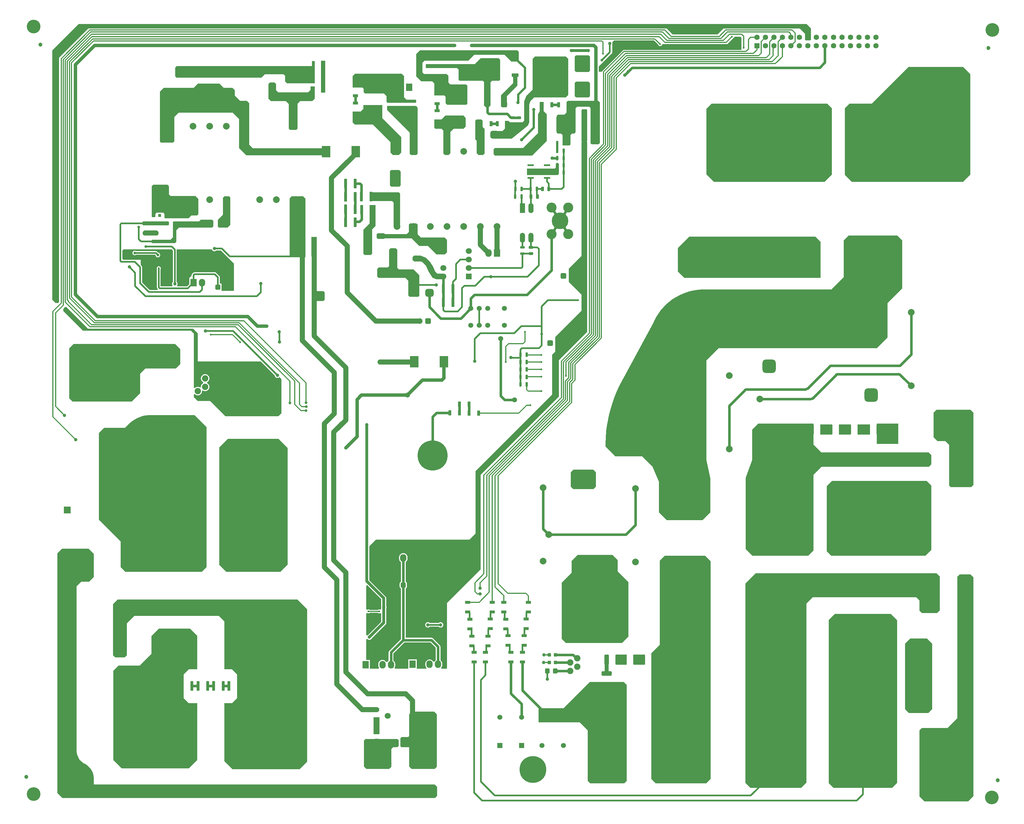
<source format=gbl>
G04*
G04 #@! TF.GenerationSoftware,Altium Limited,Altium Designer,25.3.3 (18)*
G04*
G04 Layer_Physical_Order=2*
G04 Layer_Color=16711680*
%FSLAX44Y44*%
%MOMM*%
G71*
G04*
G04 #@! TF.SameCoordinates,95261EA5-16E4-4C31-8C51-D7BA18121D47*
G04*
G04*
G04 #@! TF.FilePolarity,Positive*
G04*
G01*
G75*
%ADD11C,0.5000*%
%ADD17C,0.5000*%
%ADD18C,1.0000*%
%ADD20C,0.3000*%
G04:AMPARAMS|DCode=31|XSize=0.9mm|YSize=1.6mm|CornerRadius=0.135mm|HoleSize=0mm|Usage=FLASHONLY|Rotation=0.000|XOffset=0mm|YOffset=0mm|HoleType=Round|Shape=RoundedRectangle|*
%AMROUNDEDRECTD31*
21,1,0.9000,1.3300,0,0,0.0*
21,1,0.6300,1.6000,0,0,0.0*
1,1,0.2700,0.3150,-0.6650*
1,1,0.2700,-0.3150,-0.6650*
1,1,0.2700,-0.3150,0.6650*
1,1,0.2700,0.3150,0.6650*
%
%ADD31ROUNDEDRECTD31*%
%ADD32R,0.9000X0.9500*%
G04:AMPARAMS|DCode=34|XSize=0.9mm|YSize=1.3mm|CornerRadius=0.225mm|HoleSize=0mm|Usage=FLASHONLY|Rotation=90.000|XOffset=0mm|YOffset=0mm|HoleType=Round|Shape=RoundedRectangle|*
%AMROUNDEDRECTD34*
21,1,0.9000,0.8500,0,0,90.0*
21,1,0.4500,1.3000,0,0,90.0*
1,1,0.4500,0.4250,0.2250*
1,1,0.4500,0.4250,-0.2250*
1,1,0.4500,-0.4250,-0.2250*
1,1,0.4500,-0.4250,0.2250*
%
%ADD34ROUNDEDRECTD34*%
G04:AMPARAMS|DCode=35|XSize=0.9mm|YSize=1.6mm|CornerRadius=0.135mm|HoleSize=0mm|Usage=FLASHONLY|Rotation=270.000|XOffset=0mm|YOffset=0mm|HoleType=Round|Shape=RoundedRectangle|*
%AMROUNDEDRECTD35*
21,1,0.9000,1.3300,0,0,270.0*
21,1,0.6300,1.6000,0,0,270.0*
1,1,0.2700,-0.6650,-0.3150*
1,1,0.2700,-0.6650,0.3150*
1,1,0.2700,0.6650,0.3150*
1,1,0.2700,0.6650,-0.3150*
%
%ADD35ROUNDEDRECTD35*%
G04:AMPARAMS|DCode=36|XSize=0.9mm|YSize=1.3mm|CornerRadius=0.225mm|HoleSize=0mm|Usage=FLASHONLY|Rotation=180.000|XOffset=0mm|YOffset=0mm|HoleType=Round|Shape=RoundedRectangle|*
%AMROUNDEDRECTD36*
21,1,0.9000,0.8500,0,0,180.0*
21,1,0.4500,1.3000,0,0,180.0*
1,1,0.4500,-0.2250,0.4250*
1,1,0.4500,0.2250,0.4250*
1,1,0.4500,0.2250,-0.4250*
1,1,0.4500,-0.2250,-0.4250*
%
%ADD36ROUNDEDRECTD36*%
G04:AMPARAMS|DCode=37|XSize=0.7mm|YSize=1.3mm|CornerRadius=0.105mm|HoleSize=0mm|Usage=FLASHONLY|Rotation=180.000|XOffset=0mm|YOffset=0mm|HoleType=Round|Shape=RoundedRectangle|*
%AMROUNDEDRECTD37*
21,1,0.7000,1.0900,0,0,180.0*
21,1,0.4900,1.3000,0,0,180.0*
1,1,0.2100,-0.2450,0.5450*
1,1,0.2100,0.2450,0.5450*
1,1,0.2100,0.2450,-0.5450*
1,1,0.2100,-0.2450,-0.5450*
%
%ADD37ROUNDEDRECTD37*%
G04:AMPARAMS|DCode=38|XSize=1.4mm|YSize=1.55mm|CornerRadius=0.35mm|HoleSize=0mm|Usage=FLASHONLY|Rotation=0.000|XOffset=0mm|YOffset=0mm|HoleType=Round|Shape=RoundedRectangle|*
%AMROUNDEDRECTD38*
21,1,1.4000,0.8500,0,0,0.0*
21,1,0.7000,1.5500,0,0,0.0*
1,1,0.7000,0.3500,-0.4250*
1,1,0.7000,-0.3500,-0.4250*
1,1,0.7000,-0.3500,0.4250*
1,1,0.7000,0.3500,0.4250*
%
%ADD38ROUNDEDRECTD38*%
G04:AMPARAMS|DCode=39|XSize=2.5mm|YSize=2.3mm|CornerRadius=0.575mm|HoleSize=0mm|Usage=FLASHONLY|Rotation=270.000|XOffset=0mm|YOffset=0mm|HoleType=Round|Shape=RoundedRectangle|*
%AMROUNDEDRECTD39*
21,1,2.5000,1.1500,0,0,270.0*
21,1,1.3500,2.3000,0,0,270.0*
1,1,1.1500,-0.5750,-0.6750*
1,1,1.1500,-0.5750,0.6750*
1,1,1.1500,0.5750,0.6750*
1,1,1.1500,0.5750,-0.6750*
%
%ADD39ROUNDEDRECTD39*%
G04:AMPARAMS|DCode=40|XSize=0.7mm|YSize=1.3mm|CornerRadius=0.105mm|HoleSize=0mm|Usage=FLASHONLY|Rotation=270.000|XOffset=0mm|YOffset=0mm|HoleType=Round|Shape=RoundedRectangle|*
%AMROUNDEDRECTD40*
21,1,0.7000,1.0900,0,0,270.0*
21,1,0.4900,1.3000,0,0,270.0*
1,1,0.2100,-0.5450,-0.2450*
1,1,0.2100,-0.5450,0.2450*
1,1,0.2100,0.5450,0.2450*
1,1,0.2100,0.5450,-0.2450*
%
%ADD40ROUNDEDRECTD40*%
G04:AMPARAMS|DCode=43|XSize=0.9mm|YSize=1.6mm|CornerRadius=0.225mm|HoleSize=0mm|Usage=FLASHONLY|Rotation=180.000|XOffset=0mm|YOffset=0mm|HoleType=Round|Shape=RoundedRectangle|*
%AMROUNDEDRECTD43*
21,1,0.9000,1.1500,0,0,180.0*
21,1,0.4500,1.6000,0,0,180.0*
1,1,0.4500,-0.2250,0.5750*
1,1,0.4500,0.2250,0.5750*
1,1,0.4500,0.2250,-0.5750*
1,1,0.4500,-0.2250,-0.5750*
%
%ADD43ROUNDEDRECTD43*%
G04:AMPARAMS|DCode=44|XSize=1.3mm|YSize=3mm|CornerRadius=0.195mm|HoleSize=0mm|Usage=FLASHONLY|Rotation=270.000|XOffset=0mm|YOffset=0mm|HoleType=Round|Shape=RoundedRectangle|*
%AMROUNDEDRECTD44*
21,1,1.3000,2.6100,0,0,270.0*
21,1,0.9100,3.0000,0,0,270.0*
1,1,0.3900,-1.3050,-0.4550*
1,1,0.3900,-1.3050,0.4550*
1,1,0.3900,1.3050,0.4550*
1,1,0.3900,1.3050,-0.4550*
%
%ADD44ROUNDEDRECTD44*%
G04:AMPARAMS|DCode=46|XSize=2.5mm|YSize=1.7mm|CornerRadius=0.425mm|HoleSize=0mm|Usage=FLASHONLY|Rotation=90.000|XOffset=0mm|YOffset=0mm|HoleType=Round|Shape=RoundedRectangle|*
%AMROUNDEDRECTD46*
21,1,2.5000,0.8500,0,0,90.0*
21,1,1.6500,1.7000,0,0,90.0*
1,1,0.8500,0.4250,0.8250*
1,1,0.8500,0.4250,-0.8250*
1,1,0.8500,-0.4250,-0.8250*
1,1,0.8500,-0.4250,0.8250*
%
%ADD46ROUNDEDRECTD46*%
G04:AMPARAMS|DCode=52|XSize=2.5mm|YSize=1.7mm|CornerRadius=0.425mm|HoleSize=0mm|Usage=FLASHONLY|Rotation=0.000|XOffset=0mm|YOffset=0mm|HoleType=Round|Shape=RoundedRectangle|*
%AMROUNDEDRECTD52*
21,1,2.5000,0.8500,0,0,0.0*
21,1,1.6500,1.7000,0,0,0.0*
1,1,0.8500,0.8250,-0.4250*
1,1,0.8500,-0.8250,-0.4250*
1,1,0.8500,-0.8250,0.4250*
1,1,0.8500,0.8250,0.4250*
%
%ADD52ROUNDEDRECTD52*%
%ADD53R,2.5000X3.5000*%
%ADD82C,4.1000*%
%ADD118C,1.9000*%
%ADD124C,1.2000*%
%ADD127C,0.8700*%
%ADD128C,1.5000*%
%ADD129C,1.0000*%
%ADD130C,0.8000*%
%ADD131C,0.7000*%
%ADD132C,1.2000*%
%ADD133C,5.0000*%
%ADD134C,3.0000*%
%ADD135C,1.5240*%
%ADD136C,8.0000*%
%ADD137C,1.6050*%
%ADD138R,1.6050X1.6050*%
%ADD139C,6.0000*%
%ADD140O,5.0000X6.0000*%
%ADD141C,9.0000*%
%ADD142R,1.5000X1.5000*%
%ADD143C,1.5000*%
G04:AMPARAMS|DCode=144|XSize=4mm|YSize=4mm|CornerRadius=1mm|HoleSize=0mm|Usage=FLASHONLY|Rotation=90.000|XOffset=0mm|YOffset=0mm|HoleType=Round|Shape=RoundedRectangle|*
%AMROUNDEDRECTD144*
21,1,4.0000,2.0000,0,0,90.0*
21,1,2.0000,4.0000,0,0,90.0*
1,1,2.0000,1.0000,1.0000*
1,1,2.0000,1.0000,-1.0000*
1,1,2.0000,-1.0000,-1.0000*
1,1,2.0000,-1.0000,1.0000*
%
%ADD144ROUNDEDRECTD144*%
%ADD145C,2.0000*%
%ADD146C,1.6000*%
%ADD147C,3.0000*%
%ADD148C,2.2000*%
%ADD149C,1.8000*%
%ADD150O,1.9050X2.2860*%
%ADD151R,1.9050X2.2860*%
G04:AMPARAMS|DCode=152|XSize=1.6mm|YSize=1.6mm|CornerRadius=0.4mm|HoleSize=0mm|Usage=FLASHONLY|Rotation=90.000|XOffset=0mm|YOffset=0mm|HoleType=Round|Shape=RoundedRectangle|*
%AMROUNDEDRECTD152*
21,1,1.6000,0.8000,0,0,90.0*
21,1,0.8000,1.6000,0,0,90.0*
1,1,0.8000,0.4000,0.4000*
1,1,0.8000,0.4000,-0.4000*
1,1,0.8000,-0.4000,-0.4000*
1,1,0.8000,-0.4000,0.4000*
%
%ADD152ROUNDEDRECTD152*%
%ADD153C,1.6000*%
%ADD154C,1.7500*%
G04:AMPARAMS|DCode=155|XSize=1.75mm|YSize=1.75mm|CornerRadius=0.4375mm|HoleSize=0mm|Usage=FLASHONLY|Rotation=0.000|XOffset=0mm|YOffset=0mm|HoleType=Round|Shape=RoundedRectangle|*
%AMROUNDEDRECTD155*
21,1,1.7500,0.8750,0,0,0.0*
21,1,0.8750,1.7500,0,0,0.0*
1,1,0.8750,0.4375,-0.4375*
1,1,0.8750,-0.4375,-0.4375*
1,1,0.8750,-0.4375,0.4375*
1,1,0.8750,0.4375,0.4375*
%
%ADD155ROUNDEDRECTD155*%
%ADD156C,1.4000*%
G04:AMPARAMS|DCode=157|XSize=1.8mm|YSize=1.8mm|CornerRadius=0.45mm|HoleSize=0mm|Usage=FLASHONLY|Rotation=180.000|XOffset=0mm|YOffset=0mm|HoleType=Round|Shape=RoundedRectangle|*
%AMROUNDEDRECTD157*
21,1,1.8000,0.9000,0,0,180.0*
21,1,0.9000,1.8000,0,0,180.0*
1,1,0.9000,-0.4500,0.4500*
1,1,0.9000,0.4500,0.4500*
1,1,0.9000,0.4500,-0.4500*
1,1,0.9000,-0.4500,-0.4500*
%
%ADD157ROUNDEDRECTD157*%
%ADD158R,2.0000X2.0000*%
%ADD159C,2.0000*%
%ADD160C,2.4000*%
%ADD161R,2.0000X2.0000*%
%ADD162P,2.8284X4X275.0*%
%ADD163R,1.5000X1.5000*%
%ADD164R,2.0000X2.0000*%
%ADD165R,1.8000X1.8000*%
%ADD166C,0.6000*%
%ADD167C,0.8000*%
G04:AMPARAMS|DCode=168|XSize=5.5mm|YSize=5.7mm|CornerRadius=0.6875mm|HoleSize=0mm|Usage=FLASHONLY|Rotation=270.000|XOffset=0mm|YOffset=0mm|HoleType=Round|Shape=RoundedRectangle|*
%AMROUNDEDRECTD168*
21,1,5.5000,4.3250,0,0,270.0*
21,1,4.1250,5.7000,0,0,270.0*
1,1,1.3750,-2.1625,-2.0625*
1,1,1.3750,-2.1625,2.0625*
1,1,1.3750,2.1625,2.0625*
1,1,1.3750,2.1625,-2.0625*
%
%ADD168ROUNDEDRECTD168*%
G04:AMPARAMS|DCode=169|XSize=1mm|YSize=2mm|CornerRadius=0.125mm|HoleSize=0mm|Usage=FLASHONLY|Rotation=270.000|XOffset=0mm|YOffset=0mm|HoleType=Round|Shape=RoundedRectangle|*
%AMROUNDEDRECTD169*
21,1,1.0000,1.7500,0,0,270.0*
21,1,0.7500,2.0000,0,0,270.0*
1,1,0.2500,-0.8750,-0.3750*
1,1,0.2500,-0.8750,0.3750*
1,1,0.2500,0.8750,0.3750*
1,1,0.2500,0.8750,-0.3750*
%
%ADD169ROUNDEDRECTD169*%
G04:AMPARAMS|DCode=170|XSize=1.3mm|YSize=3mm|CornerRadius=0.195mm|HoleSize=0mm|Usage=FLASHONLY|Rotation=0.000|XOffset=0mm|YOffset=0mm|HoleType=Round|Shape=RoundedRectangle|*
%AMROUNDEDRECTD170*
21,1,1.3000,2.6100,0,0,0.0*
21,1,0.9100,3.0000,0,0,0.0*
1,1,0.3900,0.4550,-1.3050*
1,1,0.3900,-0.4550,-1.3050*
1,1,0.3900,-0.4550,1.3050*
1,1,0.3900,0.4550,1.3050*
%
%ADD170ROUNDEDRECTD170*%
G04:AMPARAMS|DCode=171|XSize=0.9mm|YSize=1.6mm|CornerRadius=0.225mm|HoleSize=0mm|Usage=FLASHONLY|Rotation=270.000|XOffset=0mm|YOffset=0mm|HoleType=Round|Shape=RoundedRectangle|*
%AMROUNDEDRECTD171*
21,1,0.9000,1.1500,0,0,270.0*
21,1,0.4500,1.6000,0,0,270.0*
1,1,0.4500,-0.5750,-0.2250*
1,1,0.4500,-0.5750,0.2250*
1,1,0.4500,0.5750,0.2250*
1,1,0.4500,0.5750,-0.2250*
%
%ADD171ROUNDEDRECTD171*%
G04:AMPARAMS|DCode=172|XSize=0.9mm|YSize=2.8mm|CornerRadius=0.135mm|HoleSize=0mm|Usage=FLASHONLY|Rotation=180.000|XOffset=0mm|YOffset=0mm|HoleType=Round|Shape=RoundedRectangle|*
%AMROUNDEDRECTD172*
21,1,0.9000,2.5300,0,0,180.0*
21,1,0.6300,2.8000,0,0,180.0*
1,1,0.2700,-0.3150,1.2650*
1,1,0.2700,0.3150,1.2650*
1,1,0.2700,0.3150,-1.2650*
1,1,0.2700,-0.3150,-1.2650*
%
%ADD172ROUNDEDRECTD172*%
G04:AMPARAMS|DCode=173|XSize=0.9mm|YSize=2.8mm|CornerRadius=0.135mm|HoleSize=0mm|Usage=FLASHONLY|Rotation=90.000|XOffset=0mm|YOffset=0mm|HoleType=Round|Shape=RoundedRectangle|*
%AMROUNDEDRECTD173*
21,1,0.9000,2.5300,0,0,90.0*
21,1,0.6300,2.8000,0,0,90.0*
1,1,0.2700,1.2650,0.3150*
1,1,0.2700,1.2650,-0.3150*
1,1,0.2700,-1.2650,-0.3150*
1,1,0.2700,-1.2650,0.3150*
%
%ADD173ROUNDEDRECTD173*%
%ADD174R,1.5000X3.0000*%
%ADD175O,1.5000X3.0000*%
%ADD176R,1.9812X0.5588*%
G04:AMPARAMS|DCode=177|XSize=5.5mm|YSize=5.7mm|CornerRadius=0.6875mm|HoleSize=0mm|Usage=FLASHONLY|Rotation=180.000|XOffset=0mm|YOffset=0mm|HoleType=Round|Shape=RoundedRectangle|*
%AMROUNDEDRECTD177*
21,1,5.5000,4.3250,0,0,180.0*
21,1,4.1250,5.7000,0,0,180.0*
1,1,1.3750,-2.0625,2.1625*
1,1,1.3750,2.0625,2.1625*
1,1,1.3750,2.0625,-2.1625*
1,1,1.3750,-2.0625,-2.1625*
%
%ADD177ROUNDEDRECTD177*%
G04:AMPARAMS|DCode=178|XSize=1mm|YSize=2mm|CornerRadius=0.125mm|HoleSize=0mm|Usage=FLASHONLY|Rotation=180.000|XOffset=0mm|YOffset=0mm|HoleType=Round|Shape=RoundedRectangle|*
%AMROUNDEDRECTD178*
21,1,1.0000,1.7500,0,0,180.0*
21,1,0.7500,2.0000,0,0,180.0*
1,1,0.2500,-0.3750,0.8750*
1,1,0.2500,0.3750,0.8750*
1,1,0.2500,0.3750,-0.8750*
1,1,0.2500,-0.3750,-0.8750*
%
%ADD178ROUNDEDRECTD178*%
G04:AMPARAMS|DCode=179|XSize=2.5mm|YSize=2.3mm|CornerRadius=0.575mm|HoleSize=0mm|Usage=FLASHONLY|Rotation=180.000|XOffset=0mm|YOffset=0mm|HoleType=Round|Shape=RoundedRectangle|*
%AMROUNDEDRECTD179*
21,1,2.5000,1.1500,0,0,180.0*
21,1,1.3500,2.3000,0,0,180.0*
1,1,1.1500,-0.6750,0.5750*
1,1,1.1500,0.6750,0.5750*
1,1,1.1500,0.6750,-0.5750*
1,1,1.1500,-0.6750,-0.5750*
%
%ADD179ROUNDEDRECTD179*%
G04:AMPARAMS|DCode=180|XSize=1.1mm|YSize=1mm|CornerRadius=0.15mm|HoleSize=0mm|Usage=FLASHONLY|Rotation=270.000|XOffset=0mm|YOffset=0mm|HoleType=Round|Shape=RoundedRectangle|*
%AMROUNDEDRECTD180*
21,1,1.1000,0.7000,0,0,270.0*
21,1,0.8000,1.0000,0,0,270.0*
1,1,0.3000,-0.3500,-0.4000*
1,1,0.3000,-0.3500,0.4000*
1,1,0.3000,0.3500,0.4000*
1,1,0.3000,0.3500,-0.4000*
%
%ADD180ROUNDEDRECTD180*%
G36*
X2293300Y2333100D02*
Y2299101D01*
X2290900Y2296701D01*
X2278100D01*
X2275400Y2299400D01*
Y2317001D01*
X2260000Y2332401D01*
X2030900Y2332401D01*
X2012800Y2314301D01*
X1879400Y2314301D01*
X1861300Y2332401D01*
X128100D01*
X40700Y2245001D01*
Y1513000D01*
X37500Y1509801D01*
X30200D01*
X22000Y1518001D01*
X20200Y1520058D01*
Y2267101D01*
X99100Y2346001D01*
X2280400D01*
X2293300Y2333100D01*
D02*
G37*
G36*
X2085000Y2305612D02*
Y2268189D01*
X1733300D01*
X1731545Y2267840D01*
X1730056Y2266845D01*
X1669056Y2205845D01*
X1668062Y2204356D01*
X1667712Y2202601D01*
X1657200D01*
Y2218101D01*
X1698500Y2259401D01*
Y2291901D01*
X1703512Y2296912D01*
X1823600D01*
X1835700Y2284812D01*
Y2284507D01*
X1836614Y2282302D01*
X1838302Y2280614D01*
X1840507Y2279701D01*
X1842894D01*
X1845099Y2280614D01*
X1846787Y2282302D01*
X1847700Y2284507D01*
Y2286101D01*
X2043400D01*
X2065200Y2307901D01*
X2082712D01*
X2085000Y2305612D01*
D02*
G37*
G36*
X1418100Y2263401D02*
Y2233401D01*
X1395900D01*
X1375800Y2253501D01*
X1284000D01*
X1266400Y2235901D01*
X1135300D01*
X1128900Y2229500D01*
Y2201600D01*
X1134300Y2196201D01*
X1202100D01*
X1206900Y2191401D01*
Y2171001D01*
X1213500Y2164400D01*
X1260100D01*
X1264200Y2160300D01*
Y2107601D01*
X1260400Y2103801D01*
X1203500D01*
X1199100Y2108201D01*
X1199100Y2127500D01*
X1195200Y2131401D01*
X1165200D01*
Y2168301D01*
X1159200Y2174301D01*
X1125600D01*
X1110300Y2189601D01*
Y2256100D01*
X1121800Y2267601D01*
X1413900D01*
X1418100Y2263401D01*
D02*
G37*
G36*
X1362000Y2239500D02*
Y2179400D01*
X1358400Y2175801D01*
X1337200D01*
X1333200Y2171801D01*
Y2101400D01*
X1327800Y2096001D01*
X1319700D01*
X1313700Y2102001D01*
Y2172001D01*
X1309900Y2175801D01*
X1241100D01*
X1237500Y2179401D01*
Y2209700D01*
X1233600Y2213601D01*
X1141824D01*
X1140574Y2214118D01*
X1139618Y2215075D01*
X1139100Y2216324D01*
Y2217000D01*
Y2222501D01*
X1139100Y2222500D01*
X1139100Y2223177D01*
X1139618Y2224427D01*
X1140574Y2225383D01*
X1141824Y2225901D01*
X1142500Y2225901D01*
X1285800Y2225901D01*
X1303500Y2243601D01*
X1357900D01*
X1362000Y2239500D01*
D02*
G37*
G36*
X1627300Y2252401D02*
X1631300Y2248401D01*
Y2206400D01*
X1627300Y2202401D01*
X1589600D01*
X1585700Y2206301D01*
Y2248601D01*
X1589500Y2252401D01*
X1627300Y2252401D01*
D02*
G37*
G36*
X806700Y2168001D02*
X723600Y2168000D01*
X718200Y2173401D01*
Y2190800D01*
X713700Y2195301D01*
X656700D01*
X646800Y2185401D01*
X392200D01*
X388200Y2189400D01*
Y2215500D01*
X392300Y2219601D01*
X806700D01*
Y2168001D01*
D02*
G37*
G36*
X837600Y2140401D02*
X825600D01*
Y2236101D01*
X837600D01*
Y2140401D01*
D02*
G37*
G36*
X1631300Y2169201D02*
X1631300Y2129601D01*
X1627300Y2125600D01*
X1589800D01*
X1585800Y2129601D01*
Y2169801D01*
X1589400Y2173401D01*
X1627100D01*
X1631300Y2169201D01*
D02*
G37*
G36*
X690600Y2166501D02*
Y2147601D01*
X697200Y2141001D01*
X786700D01*
X794100Y2148401D01*
Y2158701D01*
X806700D01*
X806700Y2122201D01*
X799100Y2114601D01*
X762600Y2114601D01*
X755400Y2107401D01*
Y2032701D01*
X751200Y2028501D01*
X732700D01*
X729000Y2032201D01*
Y2105901D01*
X720300Y2114601D01*
X675600D01*
X667800Y2122401D01*
Y2166401D01*
X671800Y2170401D01*
X686700D01*
X690600Y2166501D01*
D02*
G37*
G36*
X1074000Y2190500D02*
X1074000Y2127101D01*
X1081700Y2119401D01*
X1107700Y2119400D01*
X1108277Y2119400D01*
X1109343Y2118959D01*
X1110159Y2118143D01*
X1110600Y2117077D01*
X1110600Y2116501D01*
X1110600Y2116501D01*
X1110600Y2113100D01*
X1110600Y2112504D01*
X1110144Y2111401D01*
X1109300Y2110557D01*
X1108197Y2110101D01*
X1107600Y2110101D01*
X1107600Y2110101D01*
X1024800Y2110101D01*
X1021800Y2113101D01*
Y2129801D01*
X1013900Y2137701D01*
X957300D01*
X953100Y2141900D01*
Y2151801D01*
X949500Y2155401D01*
X920100D01*
Y2189901D01*
X927300Y2197101D01*
X1067400Y2197101D01*
X1074000Y2190500D01*
D02*
G37*
G36*
X1413600Y2161400D02*
X1382700Y2130500D01*
X1382700Y2098301D01*
X1380300Y2095901D01*
X1367700D01*
X1364700Y2098901D01*
X1364700Y2132601D01*
X1401300Y2169200D01*
X1401300Y2192901D01*
X1413600D01*
Y2161400D01*
D02*
G37*
G36*
X1619200Y2090600D02*
X1619916Y2090600D01*
X1621240Y2090052D01*
X1622252Y2089040D01*
X1622800Y2087717D01*
X1622800Y2087000D01*
X1622800Y1994782D01*
X1605900D01*
Y2086801D01*
X1605900Y2086801D01*
X1605900Y2087556D01*
X1606479Y2088953D01*
X1607548Y2090022D01*
X1608945Y2090600D01*
X1609700Y2090600D01*
X1619200Y2090601D01*
X1619200Y2090600D01*
D02*
G37*
G36*
X1566100Y2241501D02*
Y2133701D01*
X1558100Y2125701D01*
X1463500D01*
X1453348Y2115548D01*
X1449000Y2105052D01*
Y2050098D01*
X1444871Y2041455D01*
X1396509Y2002401D01*
X1344840Y2002401D01*
Y2025201D01*
X1368700D01*
X1376400Y2032901D01*
Y2055501D01*
X1387200D01*
X1391700Y2051001D01*
X1429400Y2051001D01*
X1434200Y2055800D01*
Y2113792D01*
X1441207Y2130707D01*
X1459400Y2148901D01*
Y2241801D01*
X1466600Y2249001D01*
X1558600D01*
X1566100Y2241501D01*
D02*
G37*
G36*
X1661200Y2111301D02*
Y1989201D01*
X1657300Y1985301D01*
X1636700D01*
X1633000Y1989001D01*
Y2093901D01*
X1629400Y2097501D01*
X1592300D01*
X1588200Y2093401D01*
X1588200Y2021001D01*
X1584300Y2017101D01*
X1577000D01*
X1573000Y2013100D01*
Y1985401D01*
X1569200Y1981601D01*
X1548800D01*
Y2013100D01*
X1544800Y2017101D01*
X1535200D01*
X1531200Y2021101D01*
Y2070101D01*
X1535200Y2074100D01*
X1554100Y2074100D01*
X1560900Y2080901D01*
Y2111601D01*
X1564800Y2115501D01*
X1657000D01*
X1661200Y2111301D01*
D02*
G37*
G36*
X1309500Y2055701D02*
Y2037501D01*
X1315200Y2031801D01*
Y1958601D01*
X1310100Y1953501D01*
X1296800D01*
X1291500Y1958801D01*
Y1996401D01*
X1287300Y2000601D01*
Y2055601D01*
X1291100Y2059401D01*
X1305800D01*
X1309500Y2055701D01*
D02*
G37*
G36*
X1258500Y2064601D02*
Y2038401D01*
X1251900Y2031801D01*
X1223100D01*
X1213500Y2022200D01*
Y1958701D01*
X1208300Y1953501D01*
X1196700D01*
X1191600Y1958601D01*
Y2026401D01*
X1186200Y2031801D01*
X1168300D01*
X1164600Y2035500D01*
Y2059790D01*
X1186374Y2060040D01*
X1197900Y2071701D01*
X1251400D01*
X1258500Y2064601D01*
D02*
G37*
G36*
X1009200Y2063901D02*
X1065900Y2007201D01*
Y1960901D01*
X1058400Y1953401D01*
X1041400D01*
X1033800Y1961001D01*
Y1991601D01*
X998700Y2026700D01*
X980700Y2044701D01*
X927100D01*
X920100Y2051701D01*
Y2083401D01*
X943600D01*
X951900Y2091700D01*
Y2102901D01*
X1009200D01*
Y2063901D01*
D02*
G37*
G36*
X1107500Y2100201D02*
X1108249Y2100201D01*
X1109717Y2099908D01*
X1111100Y2099335D01*
X1112345Y2098504D01*
X1113404Y2097445D01*
X1114235Y2096201D01*
X1114808Y2094817D01*
X1115100Y2093349D01*
X1115100Y2092601D01*
X1115100Y1957501D01*
X1110500Y1952901D01*
X1095700D01*
X1091400Y1957200D01*
X1091400Y2020406D01*
X1023300Y2088201D01*
Y2100201D01*
X1107500D01*
Y2100201D01*
D02*
G37*
G36*
X533400Y2154801D02*
X560100Y2154801D01*
X566700Y2148201D01*
X566700Y2132000D01*
X582600Y2116101D01*
X602700D01*
X609900Y2108901D01*
Y1984801D01*
X621000Y1973701D01*
X840200Y1973701D01*
Y1952701D01*
X601400D01*
X579600Y1974501D01*
X579600Y2061201D01*
X560400Y2080401D01*
X398400Y2080401D01*
X385800Y2067800D01*
Y1994200D01*
X382000Y1990401D01*
X346200D01*
X342900Y1993701D01*
Y2144001D01*
X353700Y2154801D01*
X443700D01*
X456000Y2167101D01*
X521100D01*
X533400Y2154801D01*
D02*
G37*
G36*
X1492500Y2084701D02*
X1501500Y2075701D01*
Y1995501D01*
X1457400Y1951401D01*
X1346400D01*
X1342200Y1955601D01*
Y1970101D01*
X1346300Y1974200D01*
X1430300D01*
X1475500Y2019400D01*
Y2074700D01*
X1480500Y2084701D01*
Y2111901D01*
X1492500D01*
Y2084701D01*
D02*
G37*
G36*
X1534800Y1929200D02*
X1535397Y1929200D01*
X1536500Y1928744D01*
X1537344Y1927900D01*
X1537800Y1926797D01*
X1537800Y1926201D01*
X1537800Y1896600D01*
X1534100Y1892901D01*
X1442400D01*
Y1912401D01*
X1525400Y1912401D01*
X1529100Y1916101D01*
Y1926201D01*
X1529100Y1926797D01*
X1529557Y1927900D01*
X1530401Y1928744D01*
X1531504Y1929200D01*
X1532100Y1929200D01*
X1534800Y1929200D01*
X1534800Y1929200D01*
D02*
G37*
G36*
X2749880Y2217021D02*
X2770851Y2196051D01*
Y1894651D01*
X2749050Y1872851D01*
X2415650D01*
X2394930Y1893571D01*
Y2093430D01*
X2409100Y2107601D01*
X2476300Y2107601D01*
X2585721Y2217021D01*
X2749880Y2217021D01*
D02*
G37*
G36*
X2355850Y2093351D02*
X2355850Y1894851D01*
X2333850Y1872851D01*
X2002450D01*
X1979930Y1895370D01*
Y2092131D01*
X1995400Y2107601D01*
X2341600D01*
X2355850Y2093351D01*
D02*
G37*
G36*
X1064100Y1904400D02*
Y1862501D01*
X1060300Y1858701D01*
X1035300D01*
X1031700Y1862301D01*
Y1904901D01*
X1035300Y1908501D01*
X1060000D01*
X1064100Y1904400D01*
D02*
G37*
G36*
X369900Y1859901D02*
Y1835300D01*
X375000Y1830201D01*
X449200D01*
X457500Y1821901D01*
Y1776201D01*
X453600Y1772301D01*
X436800D01*
X427800Y1763301D01*
X358100D01*
X356400Y1765001D01*
Y1777001D01*
X352700Y1780701D01*
X332400D01*
X328800Y1777101D01*
Y1768100D01*
X327300Y1766601D01*
X319700D01*
X318300Y1768001D01*
Y1860001D01*
X322400Y1864101D01*
X365700D01*
X369900Y1859901D01*
D02*
G37*
G36*
Y1752101D02*
Y1744500D01*
X367700Y1742301D01*
X292200D01*
X289800Y1744700D01*
Y1752101D01*
X292000Y1754301D01*
X367700D01*
X369900Y1752101D01*
D02*
G37*
G36*
X1062600Y1837401D02*
Y1738761D01*
X1042800D01*
Y1811201D01*
X1038500Y1815501D01*
X975560D01*
Y1841001D01*
X1059000D01*
X1062600Y1837401D01*
D02*
G37*
G36*
X553200Y1825800D02*
X553200Y1743601D01*
X545000Y1735401D01*
X519700D01*
X516000Y1739101D01*
X516000Y1758801D01*
X531300Y1774101D01*
Y1825701D01*
X535400Y1829801D01*
X549200D01*
X553200Y1825800D01*
D02*
G37*
G36*
X338250Y1723051D02*
Y1715750D01*
X334500Y1712001D01*
X294800D01*
X291150Y1715651D01*
Y1722951D01*
X294900Y1726701D01*
X334600D01*
X338250Y1723051D01*
D02*
G37*
G36*
X498900Y1759100D02*
X502500Y1755500D01*
Y1739301D01*
X498600Y1735401D01*
X399500D01*
X391500Y1727401D01*
Y1692901D01*
X387500Y1688900D01*
X318701Y1688900D01*
X318000Y1689601D01*
Y1698601D01*
X318500Y1699101D01*
X374500D01*
X382000Y1706600D01*
Y1752201D01*
X383800Y1754001D01*
X459600Y1754001D01*
X464700Y1759101D01*
X498900Y1759100D01*
D02*
G37*
G36*
X1114500Y1744601D02*
Y1716201D01*
X1125000Y1705701D01*
X1195800D01*
X1202700Y1698801D01*
X1202700Y1661301D01*
X1196400Y1655000D01*
X1171300Y1655000D01*
X1145900Y1680401D01*
X1119599D01*
X1096399Y1703601D01*
X1004900D01*
Y1716201D01*
X1082400D01*
X1088700Y1722501D01*
Y1744601D01*
X1092400Y1748301D01*
X1110800D01*
X1114500Y1744601D01*
D02*
G37*
G36*
X988500Y1740500D02*
X978600Y1730600D01*
X978600Y1658000D01*
X974400Y1653801D01*
X956700D01*
X952500Y1658000D01*
Y1730000D01*
X970800Y1748301D01*
Y1803506D01*
X988500D01*
X988500Y1740500D01*
D02*
G37*
G36*
X812700Y1649001D02*
X796800D01*
Y1707801D01*
X812700D01*
Y1649001D01*
D02*
G37*
G36*
X779100Y1822500D02*
Y1648701D01*
X777300Y1646901D01*
X731500D01*
Y1823401D01*
X738000Y1829901D01*
X771700D01*
X779100Y1822500D01*
D02*
G37*
G36*
X2322000Y1693601D02*
Y1584601D01*
X1914000D01*
X1895000Y1603601D01*
Y1674601D01*
X1929000Y1708601D01*
X2307000D01*
X2322000Y1693601D01*
D02*
G37*
G36*
X1140071Y1644930D02*
X1151368Y1633633D01*
X1160884Y1619391D01*
X1167300Y1603901D01*
X1173500Y1597701D01*
X1192111D01*
Y1580801D01*
X1170795D01*
X1160221Y1585180D01*
X1158278Y1587123D01*
X1147553Y1603174D01*
X1139652Y1622249D01*
X1129517Y1632384D01*
X1125373Y1634101D01*
X1104300Y1634100D01*
X1099700Y1638701D01*
Y1647101D01*
X1104300Y1651701D01*
X1123725D01*
X1140071Y1644930D01*
D02*
G37*
G36*
X381743Y1667028D02*
Y1572556D01*
X380949Y1571763D01*
X379896Y1569938D01*
X379350Y1567904D01*
Y1565797D01*
X379896Y1563763D01*
X380678Y1562408D01*
X380123Y1560719D01*
X379236Y1559408D01*
X344697D01*
Y1611371D01*
X345090Y1612318D01*
Y1614705D01*
X344176Y1616910D01*
X342488Y1618598D01*
X340283Y1619511D01*
X337896D01*
X335691Y1618598D01*
X334003Y1616910D01*
X333090Y1614705D01*
Y1612318D01*
X333482Y1611371D01*
Y1556729D01*
X333909Y1554583D01*
X335124Y1552764D01*
X336480Y1551408D01*
X335238Y1548408D01*
X311623D01*
X289108Y1570923D01*
Y1617201D01*
X288681Y1619347D01*
X287466Y1621166D01*
X285200Y1623431D01*
Y1638601D01*
X268142D01*
X267600Y1638708D01*
X233593D01*
X230100Y1642201D01*
Y1666900D01*
X233800Y1670601D01*
X378170D01*
X381743Y1667028D01*
D02*
G37*
G36*
X2567305Y1697096D02*
X2567305Y1553446D01*
X2522624Y1508764D01*
Y1405894D01*
X2490470Y1373741D01*
X2016760Y1373741D01*
X1979930Y1336911D01*
X1979930Y1038420D01*
X1992420Y983547D01*
X1992420Y882420D01*
X1968771Y858772D01*
X1860929Y858772D01*
X1837690Y882011D01*
Y973121D01*
X1818708Y1018947D01*
X1787765Y1049891D01*
X1706880D01*
X1677670Y1079100D01*
Y1088076D01*
X1678441Y1106010D01*
X1679980Y1123894D01*
X1682285Y1141696D01*
X1685351Y1159382D01*
X1689174Y1176921D01*
X1693746Y1194279D01*
X1699059Y1211426D01*
X1705102Y1228328D01*
X1711865Y1244956D01*
X1719335Y1261278D01*
X1727499Y1277265D01*
X1731920Y1285075D01*
Y1285076D01*
X1821694Y1451413D01*
X1824130Y1456894D01*
X1829778Y1467478D01*
X1836174Y1477627D01*
X1843284Y1487290D01*
X1851071Y1496416D01*
X1859494Y1504958D01*
X1868510Y1512872D01*
X1878073Y1520116D01*
X1888132Y1526654D01*
X1898636Y1532450D01*
X1909529Y1537475D01*
X1920756Y1541703D01*
X1932258Y1545112D01*
X1943976Y1547685D01*
X1955848Y1549407D01*
X1967814Y1550271D01*
X1973812Y1550271D01*
X1973812Y1550271D01*
X2354580D01*
X2391410Y1587101D01*
Y1697211D01*
X2405760Y1711561D01*
X2552840D01*
X2567305Y1697096D01*
D02*
G37*
G36*
X498346Y1669613D02*
X499399Y1667789D01*
X500888Y1666299D01*
X502713Y1665246D01*
X504747Y1664701D01*
X506854D01*
X508888Y1665246D01*
X510713Y1666299D01*
X511506Y1667093D01*
X525908D01*
X564600Y1628401D01*
Y1546101D01*
X527609D01*
Y1567595D01*
X522217D01*
Y1586592D01*
X521790Y1588738D01*
X520574Y1590557D01*
X510966Y1600166D01*
X509146Y1601381D01*
X507000Y1601808D01*
X446159D01*
X444013Y1601381D01*
X442194Y1600166D01*
X439265Y1597237D01*
X438050Y1595418D01*
X437623Y1593272D01*
Y1591938D01*
X430705Y1585021D01*
Y1565873D01*
X430335Y1565626D01*
X424118Y1559408D01*
X395465D01*
X394578Y1560719D01*
X394023Y1562408D01*
X394805Y1563763D01*
X395350Y1565797D01*
Y1567904D01*
X394805Y1569938D01*
X393752Y1571763D01*
X392958Y1572556D01*
Y1669351D01*
X393984Y1670601D01*
X498081D01*
X498346Y1669613D01*
D02*
G37*
G36*
X1054200Y1669701D02*
Y1615101D01*
X1059400Y1609901D01*
X1102800Y1609901D01*
X1120200Y1592501D01*
Y1531801D01*
X1116500Y1528100D01*
X1090900D01*
X1086900Y1532101D01*
Y1576301D01*
X1078400Y1584801D01*
X997500D01*
X993600Y1588701D01*
Y1611801D01*
X997800Y1616001D01*
X1024800D01*
X1029600Y1620800D01*
Y1669801D01*
X1033700Y1673901D01*
X1050000D01*
X1054200Y1669701D01*
D02*
G37*
G36*
X836700Y1541501D02*
X836700Y1520001D01*
X832500Y1515800D01*
X806760D01*
Y1545101D01*
X833100D01*
X836700Y1541501D01*
D02*
G37*
G36*
X403860Y1371201D02*
Y1326751D01*
X389890Y1312780D01*
X298450Y1312781D01*
X283210Y1297541D01*
Y1239121D01*
X257810Y1213720D01*
X81280D01*
X71120Y1223881D01*
X71120Y1373741D01*
X83820Y1386440D01*
X388620D01*
X403860Y1371201D01*
D02*
G37*
G36*
X62522Y1497227D02*
X64874Y1494875D01*
X126948Y1432800D01*
X442000Y1432801D01*
X455800Y1419001D01*
Y1393201D01*
X455800Y1334401D01*
X645370D01*
X686800Y1292970D01*
Y1291847D01*
X687346Y1289813D01*
X688399Y1287988D01*
X689888Y1286499D01*
X691712Y1285446D01*
X693747Y1284901D01*
X695854D01*
X697888Y1285446D01*
X699713Y1286499D01*
X700557Y1287344D01*
X706900Y1281001D01*
Y1179400D01*
X697800Y1170301D01*
X538400Y1170301D01*
X518400Y1190301D01*
X492800Y1215901D01*
X455700D01*
X444400Y1227200D01*
Y1235240D01*
X447400Y1236483D01*
X448465Y1235419D01*
X451315Y1233773D01*
X454494Y1232921D01*
X457785D01*
X460965Y1233773D01*
X463815Y1235419D01*
X466142Y1237746D01*
X467788Y1240596D01*
X468640Y1243775D01*
Y1245873D01*
X468741Y1245997D01*
X471336Y1247496D01*
X471495Y1247522D01*
X473311Y1246473D01*
X476491Y1245621D01*
X479782D01*
X482961Y1246473D01*
X485811Y1248119D01*
X488139Y1250446D01*
X489784Y1253296D01*
X490636Y1256475D01*
Y1259767D01*
X489784Y1262946D01*
X488139Y1265796D01*
X485811Y1268123D01*
X483995Y1269172D01*
X483937Y1269324D01*
Y1272319D01*
X483995Y1272470D01*
X485811Y1273519D01*
X488139Y1275846D01*
X489784Y1278696D01*
X490636Y1281875D01*
Y1285167D01*
X489784Y1288346D01*
X488139Y1291196D01*
X485811Y1293524D01*
X482961Y1295169D01*
X479782Y1296021D01*
X476491D01*
X473311Y1295169D01*
X470461Y1293524D01*
X468134Y1291196D01*
X466488Y1288346D01*
X465636Y1285167D01*
Y1281875D01*
X466488Y1278696D01*
X468134Y1275846D01*
X470461Y1273519D01*
X472278Y1272470D01*
X472336Y1272319D01*
Y1269324D01*
X472278Y1269172D01*
X470461Y1268123D01*
X468134Y1265796D01*
X466488Y1262946D01*
X465636Y1259767D01*
Y1257669D01*
X465535Y1257545D01*
X462940Y1256046D01*
X462781Y1256021D01*
X460965Y1257069D01*
X457785Y1257921D01*
X454494D01*
X451315Y1257069D01*
X448465Y1255424D01*
X447400Y1254359D01*
X444400Y1255602D01*
Y1331745D01*
X444400D01*
X444400Y1417800D01*
X435500Y1426701D01*
X133048Y1426700D01*
X112200Y1426701D01*
X53100Y1485801D01*
Y1490458D01*
X56837Y1496050D01*
X60601Y1497609D01*
X62522Y1497227D01*
D02*
G37*
G36*
X482600Y1137501D02*
Y717901D01*
X467880Y703181D01*
X239820D01*
X224790Y718211D01*
Y794621D01*
X160020Y859390D01*
X160020Y1119741D01*
X175260Y1134981D01*
X237490Y1134980D01*
X248369Y1145859D01*
X248368Y1145859D01*
X251597Y1149087D01*
X258656Y1154880D01*
X266249Y1159954D01*
X274302Y1164259D01*
X282739Y1167753D01*
X291478Y1170404D01*
X300434Y1172186D01*
X309522Y1173081D01*
X314088Y1173081D01*
X447020Y1173081D01*
X482600Y1137501D01*
D02*
G37*
G36*
X2470150Y1114661D02*
X2433320D01*
Y1145141D01*
X2470150D01*
Y1114661D01*
D02*
G37*
G36*
X2413000D02*
X2377440D01*
Y1145141D01*
X2413000D01*
Y1114661D01*
D02*
G37*
G36*
X2357120D02*
X2321560D01*
Y1145141D01*
X2357120D01*
Y1114661D01*
D02*
G37*
G36*
X2555240Y1086721D02*
X2490470D01*
Y1147681D01*
X2555240D01*
Y1086721D01*
D02*
G37*
G36*
X2780031Y1180701D02*
Y963531D01*
X2773680Y957181D01*
X2712720D01*
X2707640Y962261D01*
Y1084181D01*
X2696210Y1095611D01*
X2672080D01*
X2660650Y1107041D01*
Y1180701D01*
X2669540Y1189591D01*
X2771140Y1189591D01*
X2780031Y1180701D01*
D02*
G37*
G36*
X1648900Y1002501D02*
Y959301D01*
X1641300Y951701D01*
X1581000D01*
X1573600Y959100D01*
Y1002401D01*
X1581300Y1010101D01*
X1641300D01*
X1648900Y1002501D01*
D02*
G37*
G36*
X2654301Y962261D02*
Y769221D01*
X2636520Y751441D01*
X2354580D01*
X2340610Y765411D01*
X2340610Y960991D01*
X2355850Y976230D01*
X2578100Y976230D01*
X2640331D01*
X2654301Y962261D01*
D02*
G37*
G36*
X2301240Y1084761D02*
X2324680Y1061320D01*
X2646680D01*
X2654301Y1053700D01*
X2654301Y1025760D01*
X2646680Y1018140D01*
X2325040D01*
X2301240Y994341D01*
Y767951D01*
X2284730Y751441D01*
X2118360D01*
X2098040Y771761D01*
Y985180D01*
X2117090Y1038461D01*
Y1129901D01*
X2134870Y1147681D01*
X2165350D01*
X2301240Y1147681D01*
Y1084761D01*
D02*
G37*
G36*
X698440Y1101961D02*
X725100Y1075301D01*
Y725100D01*
X703181Y703181D01*
X541920Y703181D01*
X520700Y724401D01*
X520700Y1076561D01*
X546100Y1101961D01*
X698440Y1101961D01*
D02*
G37*
G36*
X1006047Y621270D02*
Y599660D01*
X1006006Y599588D01*
X1005460Y597554D01*
Y595447D01*
X1006006Y593413D01*
X1005298Y591608D01*
X1002177Y590269D01*
X1000894Y590801D01*
X998507D01*
X996302Y589887D01*
X995938Y589524D01*
X971773D01*
X971139Y590157D01*
X968934Y591071D01*
X966547D01*
X964342Y590157D01*
X964100Y589916D01*
X961100Y591158D01*
Y662297D01*
X963872Y663445D01*
X1006047Y621270D01*
D02*
G37*
G36*
X2679700Y690101D02*
X2679700Y588101D01*
X2671590Y579991D01*
X2625810Y579991D01*
X2618741Y587061D01*
X2618741Y617160D01*
X2608920Y626981D01*
X2298180D01*
X2279650Y608451D01*
Y71051D01*
X2264080Y55481D01*
X2112020D01*
X2096770Y70731D01*
Y668891D01*
X2127250Y699371D01*
X2670430D01*
X2679700Y690101D01*
D02*
G37*
G36*
X996302Y579714D02*
X998507Y578801D01*
X1000894D01*
X1003099Y579714D01*
X1006047Y578419D01*
Y553851D01*
X967272Y515077D01*
X967193Y515055D01*
X965368Y514002D01*
X964100Y512734D01*
X963121Y512837D01*
X961100Y513700D01*
Y578983D01*
X964100Y580225D01*
X964342Y579984D01*
X966547Y579071D01*
X968934D01*
X971139Y579984D01*
X971503Y580347D01*
X995668D01*
X996302Y579714D01*
D02*
G37*
G36*
X1714500Y738741D02*
Y704451D01*
X1746250Y672701D01*
X1746250Y508871D01*
X1727200Y489821D01*
X1559560D01*
X1546860Y502521D01*
Y671431D01*
X1576070Y700640D01*
Y736200D01*
X1593850Y753981D01*
X1699260D01*
X1714500Y738741D01*
D02*
G37*
G36*
X1168960Y476256D02*
Y438595D01*
X1167087Y437159D01*
X1165080Y434542D01*
X1164944Y434214D01*
X1161697D01*
X1161561Y434542D01*
X1159553Y437159D01*
X1156937Y439166D01*
X1153890Y440428D01*
X1150620Y440859D01*
X1147351Y440428D01*
X1144304Y439166D01*
X1141687Y437159D01*
X1139680Y434542D01*
X1138418Y431495D01*
X1137987Y428226D01*
Y424416D01*
X1138418Y421146D01*
X1139680Y418099D01*
X1141290Y416001D01*
X1140760Y414123D01*
X1139994Y413001D01*
X1112345D01*
Y440751D01*
X1087295D01*
Y413001D01*
X1046835D01*
X1045355Y416001D01*
X1045991Y416829D01*
X1047253Y419876D01*
X1047683Y423146D01*
Y426956D01*
X1047253Y430225D01*
X1045991Y433272D01*
X1043983Y435888D01*
X1042111Y437325D01*
Y458956D01*
X1074894Y491739D01*
X1153477D01*
X1168960Y476256D01*
D02*
G37*
G36*
X1795780Y425050D02*
X1761490D01*
Y455530D01*
X1795780D01*
Y425050D01*
D02*
G37*
G36*
X1741170D02*
X1708150D01*
Y455530D01*
X1741170D01*
Y425050D01*
D02*
G37*
G36*
X1622781Y1423282D02*
X1538347Y1338847D01*
Y1229401D01*
X1304023Y995078D01*
Y711424D01*
X1203300Y610701D01*
Y556629D01*
X1201937Y555558D01*
X1203300Y554201D01*
Y413001D01*
X1186647D01*
X1185881Y414123D01*
X1185351Y416001D01*
X1186961Y418099D01*
X1188223Y421146D01*
X1188653Y424416D01*
Y428226D01*
X1188223Y431495D01*
X1186961Y434542D01*
X1184953Y437159D01*
X1183081Y438595D01*
Y479181D01*
X1182840Y481008D01*
X1182135Y482711D01*
X1181013Y484173D01*
X1161394Y503792D01*
X1159932Y504914D01*
X1158229Y505619D01*
X1156402Y505860D01*
X1079030D01*
Y653496D01*
X1079500Y653690D01*
X1080962Y654812D01*
X1082084Y656275D01*
X1082789Y657977D01*
X1083030Y659805D01*
Y667805D01*
X1082789Y669632D01*
X1082084Y671335D01*
X1080962Y672797D01*
X1079500Y673919D01*
X1079030Y674114D01*
Y732816D01*
X1080902Y734253D01*
X1082910Y736869D01*
X1084172Y739916D01*
X1084602Y743186D01*
Y746996D01*
X1084172Y750265D01*
X1082910Y753312D01*
X1080902Y755928D01*
X1078286Y757936D01*
X1075239Y759198D01*
X1071969Y759629D01*
X1068700Y759198D01*
X1065653Y757936D01*
X1063036Y755928D01*
X1061029Y753312D01*
X1059767Y750265D01*
X1059336Y746996D01*
Y743186D01*
X1059767Y739916D01*
X1061029Y736869D01*
X1063036Y734253D01*
X1064909Y732816D01*
Y674114D01*
X1064439Y673919D01*
X1062977Y672797D01*
X1061855Y671335D01*
X1061150Y669632D01*
X1060909Y667805D01*
Y659805D01*
X1061150Y657977D01*
X1061855Y656275D01*
X1062977Y654812D01*
X1064439Y653690D01*
X1064909Y653496D01*
Y501724D01*
X1030058Y466873D01*
X1028936Y465411D01*
X1028231Y463708D01*
X1027990Y461881D01*
Y437325D01*
X1026117Y435888D01*
X1024110Y433272D01*
X1023974Y432944D01*
X1020727D01*
X1020591Y433272D01*
X1018583Y435888D01*
X1015967Y437896D01*
X1012920Y439158D01*
X1009650Y439589D01*
X1006381Y439158D01*
X1003334Y437896D01*
X1000717Y435888D01*
X998710Y433272D01*
X997448Y430225D01*
X997017Y426956D01*
Y423146D01*
X997448Y419876D01*
X998710Y416829D01*
X999346Y416001D01*
X997866Y413001D01*
X971375D01*
Y439481D01*
X961100D01*
Y501501D01*
X963121Y502365D01*
X964100Y502467D01*
X965368Y501199D01*
X967193Y500146D01*
X969227Y499601D01*
X971334D01*
X973368Y500146D01*
X975192Y501199D01*
X976682Y502688D01*
X977735Y504513D01*
X977757Y504593D01*
X1018702Y545538D01*
X1019881Y547074D01*
X1020621Y548862D01*
X1020874Y550781D01*
Y593341D01*
X1020915Y593413D01*
X1021460Y595447D01*
Y597554D01*
X1020915Y599588D01*
X1020874Y599660D01*
Y624341D01*
X1020621Y626259D01*
X1019881Y628047D01*
X1018702Y629583D01*
X969814Y678471D01*
Y780414D01*
X989500Y800101D01*
X1269800D01*
X1288400Y818700D01*
Y1005701D01*
X1517900Y1235201D01*
Y1354500D01*
X1527500Y1364100D01*
X1527500Y1408000D01*
X1583200Y1463701D01*
X1605900Y1486400D01*
Y1534801D01*
X1568200Y1572501D01*
Y1612901D01*
X1605900Y1650600D01*
Y1991723D01*
X1622781D01*
Y1423282D01*
D02*
G37*
G36*
X1741170Y364530D02*
Y76871D01*
X1733750Y69451D01*
X1631950D01*
X1624330Y77071D01*
Y228201D01*
X1600200Y252331D01*
X1477010D01*
Y294241D01*
X1551940Y294240D01*
X1630680Y372981D01*
X1732720D01*
X1741170Y364530D01*
D02*
G37*
G36*
X2656841Y488550D02*
Y291700D01*
X2645410Y280271D01*
X2587130D01*
X2575560Y291840D01*
Y488550D01*
X2590800Y503791D01*
X2641600D01*
X2656841Y488550D01*
D02*
G37*
G36*
X1000760Y218041D02*
X999490Y216771D01*
X984250D01*
X982980Y218041D01*
Y267571D01*
X1000760D01*
X1000760Y218041D01*
D02*
G37*
G36*
X454660Y511411D02*
X454660Y411081D01*
X429260D01*
X414020Y395840D01*
Y324721D01*
X429260Y309481D01*
X454660D01*
X454660Y139300D01*
X429260Y113900D01*
X228600Y113901D01*
X203200Y139301D01*
Y407271D01*
X218440Y422510D01*
X281940D01*
X317500Y458071D01*
Y511411D01*
X339090Y533001D01*
X433070D01*
X454660Y511411D01*
D02*
G37*
G36*
X1172210Y276491D02*
Y119110D01*
X1165730Y112631D01*
X1097070D01*
X1089660Y120041D01*
Y177401D01*
X1066900D01*
X1062990Y181311D01*
Y204191D01*
X1066680Y207881D01*
X1086080D01*
X1089660Y211460D01*
Y276861D01*
X1096880Y284081D01*
X1164620D01*
X1172210Y276491D01*
D02*
G37*
G36*
X1057910Y198791D02*
X1057910Y181311D01*
X1054000Y177400D01*
X1040800D01*
X1036320Y172921D01*
Y119621D01*
X1029330Y112631D01*
X961270Y112631D01*
X953770Y120131D01*
X953770Y197871D01*
X958400Y202500D01*
X1054200Y202501D01*
X1057910Y198791D01*
D02*
G37*
G36*
X783590Y591421D02*
Y134221D01*
X760730Y111361D01*
X560070Y111361D01*
X535940Y135491D01*
X535940Y309481D01*
X558800D01*
X574040Y324720D01*
Y395841D01*
X558800Y411081D01*
X535940D01*
X535940Y554860D01*
X519701Y571101D01*
X266000Y571101D01*
X243840Y548941D01*
Y453840D01*
X236640Y446641D01*
X208560D01*
X201930Y453270D01*
X201930Y606431D01*
X216130Y620630D01*
X754380Y620631D01*
X783590Y591421D01*
D02*
G37*
G36*
X1992630Y735171D02*
X1992630Y82530D01*
X1979550Y69451D01*
X1827950D01*
X1814830Y82570D01*
Y459341D01*
X1840230Y484740D01*
Y736531D01*
X1855140Y751441D01*
X1976360D01*
X1992630Y735171D01*
D02*
G37*
G36*
X2551830Y558270D02*
Y70931D01*
X2536380Y55481D01*
X2360820D01*
X2346490Y69811D01*
X2346490Y558791D01*
X2364800Y577100D01*
X2533000D01*
X2551830Y558270D01*
D02*
G37*
G36*
X144780Y757791D02*
Y687941D01*
X130810Y673971D01*
X106680D01*
X92710Y660001D01*
Y168438D01*
Y168438D01*
X92815Y165355D01*
X93649Y159246D01*
X95303Y153306D01*
X97745Y147644D01*
X100931Y142365D01*
X104801Y137565D01*
X109286Y133334D01*
X114302Y129748D01*
X116981Y128218D01*
X120112Y126568D01*
X125871Y122452D01*
X131020Y117594D01*
X135463Y112084D01*
X139121Y106023D01*
X141924Y99523D01*
X143822Y92704D01*
X144780Y85690D01*
X144780Y82150D01*
X144780Y65641D01*
X1166660D01*
X1173480Y58821D01*
X1173480Y32181D01*
X1166300Y25001D01*
X142167Y25001D01*
X50300Y25001D01*
X35560Y39741D01*
Y759061D01*
X49530Y773031D01*
X129540D01*
X144780Y757791D01*
D02*
G37*
G36*
X2780031Y687470D02*
X2780031Y30531D01*
X2764200Y14701D01*
X2633600D01*
X2618741Y29560D01*
Y228341D01*
X2626000Y235601D01*
X2702900D01*
X2731770Y264471D01*
Y688371D01*
X2738960Y695561D01*
X2771940D01*
X2780031Y687470D01*
D02*
G37*
%LPC*%
G36*
X268232Y1666511D02*
X266389D01*
X264608Y1666033D01*
X263012Y1665112D01*
X261709Y1663809D01*
X260788Y1662213D01*
X260310Y1660432D01*
Y1658589D01*
X260788Y1656809D01*
X261709Y1655213D01*
X263012Y1653909D01*
X264608Y1652988D01*
X266389Y1652511D01*
X268232D01*
X270012Y1652988D01*
X271597Y1653903D01*
X328268D01*
X329604Y1652567D01*
X330078Y1650799D01*
X330999Y1649203D01*
X332302Y1647899D01*
X333899Y1646978D01*
X335679Y1646501D01*
X337522D01*
X339302Y1646978D01*
X340899Y1647899D01*
X342202Y1649203D01*
X343123Y1650799D01*
X343600Y1652579D01*
Y1654422D01*
X343123Y1656203D01*
X342202Y1657799D01*
X340899Y1659102D01*
X339302Y1660023D01*
X337534Y1660497D01*
X334556Y1663476D01*
X332736Y1664691D01*
X330590Y1665118D01*
X271597D01*
X270012Y1666033D01*
X268232Y1666511D01*
D02*
G37*
G36*
X1184694Y552430D02*
X1182587D01*
X1180553Y551885D01*
X1178728Y550832D01*
X1177934Y550038D01*
X1151246D01*
X1150452Y550832D01*
X1148628Y551885D01*
X1146594Y552430D01*
X1144487D01*
X1142452Y551885D01*
X1140628Y550832D01*
X1139139Y549343D01*
X1138086Y547518D01*
X1137540Y545484D01*
Y543377D01*
X1138086Y541343D01*
X1139139Y539519D01*
X1140628Y538029D01*
X1142452Y536976D01*
X1144487Y536431D01*
X1146594D01*
X1148628Y536976D01*
X1150452Y538029D01*
X1151246Y538823D01*
X1177934D01*
X1178728Y538029D01*
X1180553Y536976D01*
X1182587Y536431D01*
X1184694D01*
X1186728Y536976D01*
X1188552Y538029D01*
X1190042Y539519D01*
X1191095Y541343D01*
X1191640Y543377D01*
Y545484D01*
X1191095Y547518D01*
X1190042Y549343D01*
X1188552Y550832D01*
X1186728Y551885D01*
X1184694Y552430D01*
D02*
G37*
%LPD*%
D11*
X1666600Y2237401D02*
X1690300Y2261101D01*
Y2287201D01*
X1503395Y405147D02*
X1503680Y405432D01*
X1102833Y1544808D02*
Y1560404D01*
X1105762Y1563333D02*
X1170468D01*
X1102833Y1544808D02*
X1107530Y1540111D01*
X1102833Y1560404D02*
X1105762Y1563333D01*
X478900Y1426001D02*
X561700D01*
X694800Y1292901D01*
X1230300Y1626701D02*
X1243134Y1639535D01*
X1268421D01*
X1230300Y1582401D02*
Y1626701D01*
X1595900Y1517901D02*
X1596000Y1517801D01*
X1505100Y1517901D02*
X1595900D01*
X1314669Y1588369D02*
X1334100D01*
X1255200Y1561401D02*
X1287700D01*
X1314669Y1588369D01*
X1334100D02*
X1444269D01*
X267600Y1633101D02*
X283500Y1617201D01*
Y1568601D02*
Y1617201D01*
X227129Y1633101D02*
X267600D01*
X224200Y1636030D02*
Y1745172D01*
Y1636030D02*
X227129Y1633101D01*
X251020Y1617581D02*
X268600Y1600001D01*
Y1560501D02*
Y1600001D01*
Y1560501D02*
X299400Y1529700D01*
X645300Y1541600D02*
Y1568000D01*
X633400Y1529700D02*
X645300Y1541600D01*
X299400Y1529700D02*
X633400D01*
X309300Y1542801D02*
X462000D01*
X283500Y1568601D02*
X309300Y1542801D01*
X462000D02*
X468630Y1549431D01*
X339090Y1556729D02*
Y1613511D01*
X342019Y1553801D02*
X426440D01*
X468630Y1549431D02*
Y1570591D01*
X339090Y1556729D02*
X342019Y1553801D01*
X700400Y1422801D02*
X700550Y1422650D01*
Y1392951D02*
Y1422650D01*
Y1392951D02*
X700700Y1392801D01*
X1285500Y1335001D02*
X1285600Y1334901D01*
X1285500Y1335001D02*
Y1401600D01*
X1302600Y1418701D02*
X1404500D01*
X1285500Y1401600D02*
X1302600Y1418701D01*
X1423060Y1332466D02*
Y1345583D01*
Y1310241D02*
Y1332466D01*
Y1288016D02*
Y1310241D01*
X426440Y1553801D02*
X434300Y1561661D01*
X436205D02*
X443230Y1568686D01*
X434300Y1561661D02*
X436205D01*
X443230Y1568686D02*
Y1593272D01*
X227129Y1748101D02*
X299400D01*
X224200Y1745172D02*
X227129Y1748101D01*
X1394218Y1345583D02*
X1423060D01*
Y1354691D01*
X1478800Y1374101D02*
X1486838Y1382138D01*
X1427700Y1374101D02*
X1478800D01*
X1486838Y1382138D02*
Y1416301D01*
X1423060Y1369461D02*
X1427700Y1374101D01*
X1423060Y1354691D02*
Y1369461D01*
X1404500Y1418701D02*
X1425600Y1439801D01*
X1486838D01*
Y1499638D01*
X1505100Y1517901D01*
X1486838Y1416301D02*
Y1439801D01*
X1423060Y1265791D02*
Y1288016D01*
X1477700Y1621801D02*
Y1671801D01*
X1472890Y1676611D02*
X1477700Y1671801D01*
X1454150Y1676611D02*
X1472890D01*
X1444269Y1588369D02*
X1477700Y1621801D01*
X1248000Y1554200D02*
X1255200Y1561401D01*
X1235200Y1484401D02*
X1248000Y1497200D01*
Y1554200D01*
X1195800Y1484401D02*
X1235200D01*
X1192000Y1488201D02*
X1195800Y1484401D01*
X1192000Y1488201D02*
Y1512171D01*
X1221000Y1573100D02*
X1230300Y1582401D01*
X1221000Y1551541D02*
Y1573100D01*
X1428750Y1617064D02*
Y1657611D01*
X1268421Y1614135D02*
X1425822D01*
X1428750Y1617064D01*
Y1657611D02*
X1454150D01*
Y1676611D02*
Y1705060D01*
X1428750Y1676611D02*
Y1705060D01*
X1299360Y1442471D02*
Y1492971D01*
X1508100Y1851261D02*
X1546360D01*
X1552300Y1857201D02*
Y1900651D01*
X1546360Y1851261D02*
X1552300Y1857201D01*
Y1900651D02*
Y1922241D01*
X1508100Y1851261D02*
Y1868001D01*
X1426210Y1794261D02*
X1428750D01*
X1426210D02*
Y1828401D01*
X1407210Y1851261D02*
X1408010Y1852061D01*
Y1873811D01*
X1408200Y1874001D01*
X1407210Y1828401D02*
Y1851261D01*
X1454540Y1794261D02*
Y1828401D01*
X1454150Y1794261D02*
X1454540D01*
X1453540Y1828401D02*
Y1851261D01*
Y1828401D02*
X1454540D01*
X1472540D02*
Y1851261D01*
Y1828401D02*
X1473540D01*
X1502668Y1873433D02*
X1508100Y1868001D01*
X1502668Y1873433D02*
Y1884141D01*
X1472540Y1851261D02*
X1489100D01*
X1453392Y1884141D02*
X1453540D01*
Y1851261D02*
Y1884141D01*
X1426820Y1851261D02*
X1453540D01*
X1552300Y1922241D02*
Y1943831D01*
Y1965421D01*
X378000Y1678701D02*
X387350Y1669351D01*
X300600Y1678701D02*
X378000D01*
X387350Y1566851D02*
Y1669351D01*
X446159Y1596201D02*
X507000D01*
X516609Y1556595D02*
Y1586592D01*
X507000Y1596201D02*
X516609Y1586592D01*
X443230Y1593272D02*
X446159Y1596201D01*
X267310Y1659511D02*
X330590D01*
X336600Y1653501D01*
X286100Y1694101D02*
X322762D01*
X279300Y1700901D02*
X286100Y1694101D01*
X279300Y1700901D02*
Y1736901D01*
X361489Y1747321D02*
X363219Y1749051D01*
X528300Y1672701D02*
X551676Y1649325D01*
X769709D01*
X505800Y1672701D02*
X528300D01*
X1145540Y544431D02*
X1183640D01*
X1503395Y382156D02*
X1503680Y381871D01*
X1503395Y382156D02*
Y405147D01*
X1503110Y406002D02*
X1503680Y405432D01*
X1283121Y464411D02*
X1283971Y462411D01*
X1283121Y464411D02*
Y479670D01*
X1277621Y481671D02*
X1283121Y479670D01*
X1276771Y512671D02*
X1277621Y510671D01*
X1276771Y512671D02*
Y530471D01*
X1271271Y532471D02*
X1276771Y530471D01*
X1270421Y563471D02*
X1271271Y561471D01*
X1270421Y563471D02*
Y581270D01*
X1264921Y583271D02*
X1270421Y581270D01*
X1440180Y562001D02*
X1441031Y564001D01*
Y581270D01*
X1446531Y583271D01*
X1433830Y512471D02*
X1434680Y514471D01*
Y531001D01*
X1440180Y533001D01*
X1428751Y462411D02*
X1429234Y464411D01*
Y481470D01*
X1433830Y483471D01*
X1391071Y464411D02*
X1394461Y462411D01*
X1391071Y464411D02*
Y480941D01*
X1385571Y482941D02*
X1391071Y480941D01*
X1384721Y513941D02*
X1385571Y511941D01*
X1384721Y513941D02*
Y530471D01*
X1379221Y532471D02*
X1384721Y530471D01*
X1318261Y462411D02*
X1320381Y464411D01*
Y479670D01*
X1325881Y481671D01*
Y510671D02*
X1326730Y512671D01*
Y531001D01*
X1332230Y533001D01*
Y562001D02*
X1333081Y564001D01*
Y581270D01*
X1338581Y583271D01*
X1375410Y563471D02*
X1377410Y561471D01*
X1373410Y583271D02*
X1375410Y581270D01*
X1377410Y561471D02*
X1379221D01*
X1372871Y583271D02*
X1373410D01*
X1375410Y563471D02*
Y581270D01*
X1304290Y379331D02*
X1318261Y393301D01*
X1304290Y74531D02*
Y379331D01*
X1318261Y393301D02*
Y433411D01*
X1304290Y74531D02*
X1346200Y32621D01*
X2113510D01*
X1283971Y41510D02*
Y433411D01*
Y41510D02*
X1308100Y17381D01*
X2430780D01*
X2113510Y32621D02*
X2166220Y85331D01*
X2430780Y17381D02*
X2449360Y35961D01*
Y84691D01*
D17*
X2473000Y1497601D02*
D03*
X2480880Y1500334D02*
D03*
X2484535Y1507731D02*
D03*
X2482740Y1515713D02*
D03*
X2476270Y1520702D02*
D03*
X2468522Y1520339D02*
D03*
X2462922Y1515220D02*
D03*
X2461500Y1507717D02*
D03*
X2465405Y1500929D02*
D03*
X2168000Y1031601D02*
D03*
X2175880Y1034334D02*
D03*
X2179535Y1041731D02*
D03*
X2177740Y1049713D02*
D03*
X2171270Y1054702D02*
D03*
X2163522Y1054339D02*
D03*
X2157922Y1049220D02*
D03*
X2156500Y1041717D02*
D03*
X2160405Y1034929D02*
D03*
X2168000Y1307601D02*
D03*
X2175880Y1310334D02*
D03*
X2179535Y1317731D02*
D03*
X2177740Y1325713D02*
D03*
X2171270Y1330702D02*
D03*
X2163522Y1330339D02*
D03*
X2157922Y1325220D02*
D03*
X2156500Y1317717D02*
D03*
X2160405Y1310929D02*
D03*
X2473000Y1221601D02*
D03*
X2480880Y1224334D02*
D03*
X2484535Y1231731D02*
D03*
X2482740Y1239713D02*
D03*
X2476270Y1244702D02*
D03*
X2468522Y1244339D02*
D03*
X2462922Y1239220D02*
D03*
X2461500Y1231717D02*
D03*
X2465405Y1224929D02*
D03*
X1611000Y695601D02*
D03*
X1618880Y698334D02*
D03*
X1622535Y705731D02*
D03*
X1620740Y713713D02*
D03*
X1614270Y718702D02*
D03*
X1606522Y718339D02*
D03*
X1600922Y713220D02*
D03*
X1599500Y705716D02*
D03*
X1603405Y698929D02*
D03*
X1610000Y971601D02*
D03*
X1617880Y974334D02*
D03*
X1621535Y981731D02*
D03*
X1619740Y989713D02*
D03*
X1613271Y994702D02*
D03*
X1605522Y994339D02*
D03*
X1599922Y989220D02*
D03*
X1598500Y981717D02*
D03*
X1602405Y974929D02*
D03*
X1887000Y968601D02*
D03*
X1894880Y971334D02*
D03*
X1898535Y978731D02*
D03*
X1896740Y986713D02*
D03*
X1890271Y991702D02*
D03*
X1882522Y991339D02*
D03*
X1876922Y986220D02*
D03*
X1875500Y978717D02*
D03*
X1879405Y971929D02*
D03*
X1887000Y693601D02*
D03*
X1894880Y696334D02*
D03*
X1898535Y703731D02*
D03*
X1896740Y711713D02*
D03*
X1890271Y716702D02*
D03*
X1882522Y716339D02*
D03*
X1876922Y711220D02*
D03*
X1875500Y703717D02*
D03*
X1879405Y696929D02*
D03*
X2449851Y299018D02*
D03*
X2457731Y301751D02*
D03*
X2461386Y309148D02*
D03*
X2459591Y317130D02*
D03*
X2453121Y322119D02*
D03*
X2445372Y321756D02*
D03*
X2439773Y316637D02*
D03*
X2438351Y309133D02*
D03*
X2442256Y302346D02*
D03*
X2174936Y298955D02*
D03*
X2182816Y301688D02*
D03*
X2186471Y309085D02*
D03*
X2184676Y317067D02*
D03*
X2178206Y322056D02*
D03*
X2170458Y321693D02*
D03*
X2164858Y316574D02*
D03*
X2163436Y309071D02*
D03*
X2167341Y302283D02*
D03*
D18*
X1802200Y2287201D02*
D03*
X1783467D02*
D03*
X1764734D02*
D03*
X1746000D02*
D03*
X1675600Y2223801D02*
D03*
X1666600Y2214901D02*
D03*
X1975500Y2328701D02*
D03*
X1942000D02*
D03*
X1908500D02*
D03*
X1690300Y2287201D02*
D03*
X90171Y1099871D02*
D03*
X56200Y1172900D02*
D03*
X1626300Y2266201D02*
D03*
X1575100D02*
D03*
X1735600Y2193001D02*
D03*
X1745500Y2202701D02*
D03*
X1462600Y2089701D02*
D03*
X1517700Y1943831D02*
D03*
X1276765Y2281901D02*
D03*
X1291300D02*
D03*
X1225564D02*
D03*
X1492100Y431801D02*
D03*
X1302100Y654301D02*
D03*
X1492960Y454260D02*
D03*
X1301700Y637501D02*
D03*
X694800Y1292901D02*
D03*
X1170468Y1563333D02*
D03*
X828400Y1536501D02*
D03*
X828200Y1524101D02*
D03*
X814500D02*
D03*
X814700Y1536501D02*
D03*
X251020Y1617581D02*
D03*
X426100Y1624501D02*
D03*
X368000Y1568000D02*
D03*
X353400Y1567800D02*
D03*
X1558600Y1413601D02*
D03*
X34400Y1516201D02*
D03*
X25300Y1524901D02*
D03*
X70800Y1477601D02*
D03*
X62400Y1487301D02*
D03*
X662500Y1439801D02*
D03*
X900100Y1075500D02*
D03*
X700700Y1392801D02*
D03*
X700400Y1422801D02*
D03*
X478900Y1426001D02*
D03*
X962400Y1144401D02*
D03*
X970280Y507601D02*
D03*
X691400Y1226901D02*
D03*
X638600Y1225501D02*
D03*
X663600Y1194101D02*
D03*
X678600D02*
D03*
X552600Y1211301D02*
D03*
Y1196301D02*
D03*
X506900Y1323001D02*
D03*
Y1308001D02*
D03*
X546700Y1310701D02*
D03*
Y1325701D02*
D03*
X245600Y1646001D02*
D03*
X302800Y1614101D02*
D03*
X299500Y1628501D02*
D03*
X245600Y1659501D02*
D03*
X1478600Y1902501D02*
D03*
X1394000Y1345801D02*
D03*
X1285500Y1335001D02*
D03*
X1426600Y1999200D02*
D03*
X1334100Y1588369D02*
D03*
X1415700Y2110401D02*
D03*
X1620200Y2141801D02*
D03*
X1607100Y2141901D02*
D03*
X1593800Y2142301D02*
D03*
X1615000Y2231701D02*
D03*
X1620500Y2244601D02*
D03*
X1594000Y2231801D02*
D03*
X1604100Y2244501D02*
D03*
X1408200Y1874001D02*
D03*
X645300Y1568000D02*
D03*
X387350Y1566851D02*
D03*
X505800Y1672701D02*
D03*
X1145540Y544431D02*
D03*
X1183640D02*
D03*
X1503680Y381871D02*
D03*
X1013460Y596501D02*
D03*
D20*
X2136700Y2251400D02*
X2144400Y2259101D01*
X1740500Y2251400D02*
X2136700D01*
X2144400Y2259101D02*
Y2293391D01*
X2159500Y2245401D02*
X2169455Y2255356D01*
Y2293046D01*
X1743700Y2245401D02*
X2159500D01*
X1653500Y1932901D02*
X1696800Y1976201D01*
X1653500Y1409071D02*
Y1932901D01*
X1696800Y1976201D02*
Y2189701D01*
X1659500Y1929801D02*
X1703000Y1973300D01*
X1659500Y1406586D02*
Y1929801D01*
X1703000Y1973300D02*
Y2186901D01*
X1665500Y1404100D02*
Y1925401D01*
X1709900Y1969801D01*
Y2184401D01*
X1629500Y1942986D02*
X1672300Y1985786D01*
Y2202601D01*
X1733300Y2263601D01*
X1684300Y2195201D02*
X1740500Y2251400D01*
X1684300Y1980815D02*
Y2195201D01*
X1690300Y2192000D02*
X1743700Y2245401D01*
X1690300Y1978330D02*
Y2192000D01*
X1678300Y2198201D02*
X1737700Y2257601D01*
X1678300Y1983301D02*
Y2198201D01*
X1737700Y2257601D02*
X2121000D01*
X1746500Y2239400D02*
X2168300D01*
X1696800Y2189701D02*
X1746500Y2239400D01*
X1703000Y2186901D02*
X1749500Y2233401D01*
X2177400D01*
X1709900Y2184401D02*
X1752900Y2227401D01*
X2187000D01*
X1647500Y1935530D02*
X1690300Y1978330D01*
X1635500Y1940501D02*
X1678300Y1983301D01*
X1641501Y1938015D02*
X1684300Y1980815D01*
X2085500Y2315901D02*
X2091600Y2309801D01*
X2050000Y2315901D02*
X2085500D01*
X2091600Y2275201D02*
Y2309801D01*
X2030900Y2296801D02*
X2050000Y2315901D01*
X2024100Y2302800D02*
X2043200Y2321901D01*
X2236855Y2327901D02*
X2245655Y2319101D01*
X2037900Y2327901D02*
X2236855D01*
X2227400Y2321901D02*
X2232613Y2316688D01*
X2043200Y2321901D02*
X2227400D01*
X2018800Y2308801D02*
X2037900Y2327901D01*
X1733300Y2263601D02*
X2098900D01*
X1670190Y2257111D02*
Y2292111D01*
X1666800Y2295501D02*
X1670190Y2292111D01*
X1841300Y2285701D02*
X1841700D01*
X1825500Y2301501D02*
X1841300Y2285701D01*
X21700Y1168342D02*
X90171Y1099871D01*
X21700Y1484301D02*
X47000Y1509601D01*
X21700Y1168342D02*
Y1484301D01*
X47000Y1509601D02*
Y2242086D01*
X72100Y2232460D02*
X141141Y2301501D01*
X1825500D01*
X65200Y2234045D02*
X138956Y2307801D01*
X1838400D02*
X1855400Y2290800D01*
X138956Y2307801D02*
X1838400D01*
X132815Y2327901D02*
X1855300D01*
X138071Y2315401D02*
X1843200D01*
X135300Y2321901D02*
X1848400D01*
X1855300Y2327901D02*
X1874400Y2308801D01*
X1867500Y2302800D02*
X2024100D01*
X1843200Y2315401D02*
X1861800Y2296801D01*
X2030900D01*
X1874400Y2308801D02*
X2018800D01*
X2039600Y2290800D02*
X2056700Y2307901D01*
X1855400Y2290800D02*
X2039600D01*
X1848400Y2321901D02*
X1867500Y2302800D01*
X2232613Y2306438D02*
Y2316688D01*
Y2306438D02*
X2233130Y2305921D01*
X2245655Y2293046D02*
Y2319101D01*
X2233130Y2280521D02*
X2245655Y2293046D01*
X47000Y2242086D02*
X132815Y2327901D01*
X53000Y2239601D02*
X135300Y2321901D01*
X29900Y1480000D02*
X53000Y1503100D01*
Y2239601D01*
X29900Y1199201D02*
Y1480000D01*
Y1199201D02*
X56200Y1172900D01*
X59200Y2236530D02*
X138071Y2315401D01*
X78100Y2229974D02*
X143627Y2295501D01*
X1666800D01*
X2187000Y2227401D02*
X2207730Y2248131D01*
X2177400Y2233401D02*
X2194855Y2250856D01*
X2168300Y2239400D02*
X2179833Y2250934D01*
X2121000Y2257601D02*
X2131530Y2268131D01*
X2098900Y2263601D02*
X2106200Y2270901D01*
X149000Y1456401D02*
X593992D01*
X78100Y1527301D02*
X149000Y1456401D01*
X780600Y1210701D02*
Y1269792D01*
X593992Y1456401D02*
X780600Y1269792D01*
X78100Y1527301D02*
Y2229974D01*
X1629500Y1419012D02*
Y1942986D01*
X1551500Y1332527D02*
X1635500Y1416527D01*
X1559600Y1332142D02*
X1641501Y1414042D01*
X1586100Y1324701D02*
X1665500Y1404100D01*
X1647500Y1411556D02*
Y1935530D01*
X1568000Y1332056D02*
X1647500Y1411556D01*
X1545500Y1335012D02*
X1629500Y1419012D01*
X1635500Y1416527D02*
Y1940501D01*
X1574100Y1329671D02*
X1653500Y1409071D01*
X1580100Y1327186D02*
X1659500Y1406586D01*
X1641501Y1414042D02*
Y1938015D01*
X1580100Y1280530D02*
Y1327186D01*
X1545500Y1225501D02*
Y1335012D01*
X1559600Y1290800D02*
Y1332142D01*
X1568000Y1285401D02*
Y1332056D01*
X1574100Y1283015D02*
Y1329671D01*
X1586100Y1278045D02*
Y1324701D01*
X1551500Y1222001D02*
Y1332527D01*
X1564000Y1272915D02*
X1574100Y1283015D01*
X1570000Y1270430D02*
X1580100Y1280530D01*
X1558000Y1275401D02*
X1568000Y1285401D01*
X1570000Y1213986D02*
Y1270430D01*
X1558000Y1220001D02*
Y1275401D01*
X1576000Y1211500D02*
Y1267945D01*
X1564000Y1217501D02*
Y1272915D01*
X1576000Y1267945D02*
X1586100Y1278045D01*
X1559500Y1290701D02*
X1559600Y1290800D01*
X1313300Y993301D02*
X1545500Y1225501D01*
X1322400Y992901D02*
X1551500Y1222001D01*
X1355900Y991401D02*
X1576000Y1211500D01*
X1329400Y991401D02*
X1558000Y1220001D01*
X1347100Y991086D02*
X1570000Y1213986D01*
X1338581Y992081D02*
X1564000Y1217501D01*
X1313300Y697101D02*
Y993301D01*
X1322400Y690900D02*
Y992901D01*
X1329400Y642201D02*
Y991401D01*
X761100Y1205101D02*
Y1269386D01*
X580086Y1450401D02*
X761100Y1269386D01*
X72100Y1524815D02*
Y2232460D01*
X146515Y1450401D02*
X580086D01*
X72100Y1524815D02*
X146515Y1450401D01*
X2106200Y2270901D02*
Y2299801D01*
X2112320Y2305921D01*
X2131530D01*
Y2268131D02*
Y2280521D01*
X1302100Y670601D02*
X1322400Y690900D01*
X1302100Y654301D02*
Y670601D01*
X1293600Y637501D02*
X1301700D01*
X1286800Y644301D02*
Y670601D01*
Y644301D02*
X1293600Y637501D01*
X1286800Y670601D02*
X1313300Y697101D01*
X1299470Y612271D02*
X1329400Y642201D01*
X1347100Y657901D02*
Y991086D01*
Y657901D02*
X1372871Y632130D01*
X1355900Y668201D02*
X1385000Y639101D01*
X1355900Y668201D02*
Y991401D01*
X1338581Y612271D02*
Y992081D01*
X1385000Y639101D02*
X1438900D01*
X1492100Y431801D02*
X1492276Y431625D01*
X1509245D02*
X1509420Y431450D01*
X1492276Y431625D02*
X1509245D01*
X1492960Y454260D02*
X1509420D01*
X1264921Y612271D02*
X1299470D01*
X2179833Y2250934D02*
Y2278024D01*
X2169455Y2293046D02*
X2182330Y2305921D01*
X2144400Y2293391D02*
X2156930Y2305921D01*
X2194855Y2250856D02*
Y2293046D01*
X2207730Y2305921D01*
Y2248131D02*
Y2280521D01*
X2179833Y2278024D02*
X2182330Y2280521D01*
X137500Y1444401D02*
X577600D01*
X764900Y1186801D02*
X780500D01*
X746400Y1205301D02*
Y1275601D01*
Y1205301D02*
X764900Y1186801D01*
X68300Y1513601D02*
X137500Y1444401D01*
X65200Y1519115D02*
Y2234045D01*
Y1519115D02*
X68300Y1516015D01*
X577600Y1444401D02*
X746400Y1275601D01*
X68300Y1513601D02*
Y1516015D01*
X780800Y1198700D02*
X781200Y1199100D01*
X767500Y1198700D02*
X780800D01*
X999565Y584936D02*
X999700Y584801D01*
X967875Y584936D02*
X999565D01*
X967740Y585071D02*
X967875Y584936D01*
X761100Y1205101D02*
X767500Y1198700D01*
X568800Y1438401D02*
X732300Y1274901D01*
X132400Y1438401D02*
X568800D01*
X732300Y1209701D02*
Y1274901D01*
X1442850Y1353901D02*
X1485500D01*
X1442060Y1354691D02*
X1442850Y1353901D01*
X59200Y1511601D02*
Y2236530D01*
Y1511601D02*
X132400Y1438401D01*
X1446531Y612271D02*
Y631470D01*
X1438900Y639101D02*
X1446531Y631470D01*
X1372871Y612271D02*
Y632130D01*
X1297800Y1179100D02*
X1417800D01*
X1441300Y1202601D02*
X1452500D01*
X1417800Y1179100D02*
X1441300Y1202601D01*
X495400Y1414400D02*
X560100D01*
X582900Y1391601D01*
X1442060Y1249241D02*
Y1265791D01*
X1446244Y1245057D02*
X1485500D01*
X1442060Y1249241D02*
X1446244Y1245057D01*
X1442169Y1332357D02*
X1485500D01*
X1442060Y1332466D02*
X1442169Y1332357D01*
X1442535Y1310715D02*
X1485500D01*
X1442060Y1310241D02*
X1442535Y1310715D01*
X1442902Y1288857D02*
X1485500D01*
X1442060Y1288016D02*
X1442902Y1288857D01*
X1430900Y1387701D02*
X1436800Y1393600D01*
X1378900Y1378701D02*
X1387900Y1387701D01*
X1430900D01*
X1436800Y1393600D02*
Y1422701D01*
X1378900Y1332501D02*
Y1378701D01*
D31*
X1382290Y2046841D02*
D03*
X1353290D02*
D03*
X1240130Y1180390D02*
D03*
X1211130D02*
D03*
X1268800Y1206000D02*
D03*
X1239800D02*
D03*
X1297800Y1179100D02*
D03*
X1268800D02*
D03*
X1537440Y2103991D02*
D03*
X1566440D02*
D03*
D32*
X322762Y1694101D02*
D03*
X332262Y1719101D02*
D03*
X341762Y1694101D02*
D03*
X342240Y1772321D02*
D03*
X332740Y1747321D02*
D03*
X323240Y1772321D02*
D03*
D34*
X1399929Y2046231D02*
D03*
Y2065231D02*
D03*
X1417709Y2046231D02*
D03*
Y2065231D02*
D03*
X363219Y1749051D02*
D03*
Y1768051D02*
D03*
X388619Y1749051D02*
D03*
Y1768051D02*
D03*
X412749Y1749131D02*
D03*
Y1768131D02*
D03*
X1454150Y1676611D02*
D03*
Y1657611D02*
D03*
X1168145Y2240491D02*
D03*
Y2221491D02*
D03*
X1189481Y2240491D02*
D03*
Y2221491D02*
D03*
X1210818Y2240491D02*
D03*
Y2221491D02*
D03*
X1146809Y2240491D02*
D03*
Y2221491D02*
D03*
X1232154Y2240491D02*
D03*
Y2221491D02*
D03*
X1065529Y2114761D02*
D03*
Y2095761D02*
D03*
X1029969Y2114761D02*
D03*
Y2095761D02*
D03*
X1047749Y2114761D02*
D03*
Y2095761D02*
D03*
X1083309Y2114761D02*
D03*
Y2095761D02*
D03*
X1253490Y2240431D02*
D03*
Y2221431D02*
D03*
D35*
X1338581Y583271D02*
D03*
Y612271D02*
D03*
X1173480Y2135901D02*
D03*
Y2106901D02*
D03*
X299400Y1748101D02*
D03*
Y1719101D02*
D03*
X1446531Y612271D02*
D03*
Y583271D02*
D03*
X1440180Y562001D02*
D03*
Y533001D02*
D03*
X1433830Y512471D02*
D03*
Y483471D02*
D03*
X1428751Y462411D02*
D03*
Y433411D02*
D03*
X1372871Y612271D02*
D03*
Y583271D02*
D03*
X1379221Y561471D02*
D03*
Y532471D02*
D03*
X1385571Y511941D02*
D03*
Y482941D02*
D03*
X1394461Y462411D02*
D03*
Y433411D02*
D03*
X1264921Y612271D02*
D03*
Y583271D02*
D03*
X1271271Y561471D02*
D03*
Y532471D02*
D03*
X1277621Y510671D02*
D03*
Y481671D02*
D03*
X1283971Y462411D02*
D03*
Y433411D02*
D03*
X1332230Y562001D02*
D03*
Y533001D02*
D03*
X1325881Y510671D02*
D03*
Y481671D02*
D03*
X1318261Y462411D02*
D03*
Y433411D02*
D03*
X928370Y2159871D02*
D03*
Y2130871D02*
D03*
X509270Y2162119D02*
D03*
Y2191119D02*
D03*
X991870Y290431D02*
D03*
Y261431D02*
D03*
D36*
X1637330Y2029059D02*
D03*
X1618330D02*
D03*
X1637330Y2049379D02*
D03*
X1618330D02*
D03*
X1473540Y1828401D02*
D03*
X1454540D02*
D03*
X1489100Y1851261D02*
D03*
X1508100D02*
D03*
D37*
X1472540D02*
D03*
X1453540D02*
D03*
X1552300Y1943831D02*
D03*
X1533300D02*
D03*
Y1965421D02*
D03*
X1552300D02*
D03*
X1533300Y1900651D02*
D03*
X1552300D02*
D03*
X1533300Y1922241D02*
D03*
X1552300D02*
D03*
X1407820Y1851261D02*
D03*
X1426820D02*
D03*
X1407210Y1828401D02*
D03*
X1426210D02*
D03*
X1442060Y1310241D02*
D03*
X1423060D02*
D03*
X1442060Y1265791D02*
D03*
X1423060D02*
D03*
X1442060Y1332466D02*
D03*
X1423060D02*
D03*
X1442060Y1288016D02*
D03*
X1423060D02*
D03*
X1442060Y1354691D02*
D03*
X1423060D02*
D03*
X1533300Y1988281D02*
D03*
X1552300D02*
D03*
D38*
X1503110Y406002D02*
D03*
X1527110D02*
D03*
D39*
X1050290Y1828401D02*
D03*
X1050290Y1871401D02*
D03*
D40*
X1428750Y1657611D02*
D03*
Y1676611D02*
D03*
X1101090Y2114761D02*
D03*
Y2095761D02*
D03*
D43*
X1304030Y2046841D02*
D03*
X1335030D02*
D03*
X831200Y2149701D02*
D03*
X800200D02*
D03*
X804710Y1697591D02*
D03*
X773710D02*
D03*
X1516640Y2103991D02*
D03*
X1485640D02*
D03*
D44*
X1681481Y365371D02*
D03*
Y398371D02*
D03*
D46*
X991870Y190101D02*
D03*
X991870Y230101D02*
D03*
D52*
X489270Y1749661D02*
D03*
X529270Y1749660D02*
D03*
X1004900Y1710201D02*
D03*
X964900Y1710201D02*
D03*
D53*
X929201Y1963401D02*
D03*
X840200D02*
D03*
X1193851Y1333101D02*
D03*
X1104850D02*
D03*
D82*
X2835000Y26700D02*
D03*
X2836732Y2328388D02*
D03*
X-35700Y36700D02*
D03*
X-35785Y2338388D02*
D03*
D118*
X1593641Y444150D02*
D03*
X1571645Y431450D02*
D03*
X1593641Y418750D02*
D03*
X1571645Y406050D02*
D03*
X478136Y1283521D02*
D03*
X456140Y1270821D02*
D03*
X478136Y1258121D02*
D03*
X456140Y1245421D02*
D03*
D124*
X1681481Y398371D02*
X1681490D01*
Y440290D01*
X1734830D02*
X1734850D01*
X1681481Y439020D02*
X1681490D01*
X1671340Y320051D02*
X1672600D01*
D127*
X1575100Y2266201D02*
X1626300D01*
X962400Y675400D02*
Y1143800D01*
X962400Y1143800D02*
Y1144400D01*
Y1143800D02*
X962400Y1143800D01*
Y675400D02*
X1013460Y624341D01*
Y596501D02*
Y624341D01*
Y550781D02*
Y596501D01*
X970280Y507601D02*
X1013460Y550781D01*
D128*
X835100Y1147601D02*
X865300Y1177801D01*
Y1301201D01*
X769709Y1396792D02*
X865300Y1301201D01*
X835100Y717001D02*
Y1147601D01*
X872600Y366521D02*
Y679501D01*
X835100Y717001D02*
X872600Y679501D01*
X856900Y1884301D02*
X924201Y1951601D01*
X856900Y1727101D02*
Y1884301D01*
Y1727101D02*
X903900Y1680101D01*
Y1540701D02*
Y1680101D01*
Y1540701D02*
X989580Y1455021D01*
X899400Y1158401D02*
Y1315401D01*
X863400Y737901D02*
Y1122401D01*
X899400Y1158401D01*
Y403221D02*
Y701901D01*
X863400Y737901D02*
X899400Y701901D01*
X769709Y1396792D02*
Y1649325D01*
X804710Y1410090D02*
Y1649325D01*
Y1410090D02*
X899400Y1315401D01*
X872600Y366521D02*
X948690Y290431D01*
X899400Y403221D02*
X965200Y337421D01*
X1079500D01*
X1302690Y1684091D02*
Y1738761D01*
Y1684091D02*
X1327290Y1659491D01*
X1352690D02*
Y1738761D01*
X1108200Y1455021D02*
X1120633D01*
X1104170Y1332420D02*
X1104850Y1333101D01*
X1002030Y1332420D02*
X1104170D01*
X924201Y1951601D02*
Y1958401D01*
X929201Y1963401D01*
X989580Y1455021D02*
X1108200D01*
X948690Y290431D02*
X991870D01*
X1079500Y337421D02*
X1099892Y317029D01*
Y271381D02*
Y317029D01*
X1073150Y190101D02*
X1098550D01*
X1022350D02*
X1047750D01*
X991870D02*
X1022350D01*
D129*
X1649131Y2082406D02*
Y2275869D01*
X1291300Y2281901D02*
X1643100D01*
X1649131Y2275869D01*
X1276765Y2281901D02*
X1291300D01*
X147200D02*
X1225564D01*
X89700Y2224401D02*
X147200Y2281901D01*
X89700Y1534501D02*
Y2224401D01*
Y1534501D02*
X155600Y1468601D01*
X1129600Y1278301D02*
X1187993D01*
X1193851Y1284158D02*
Y1333101D01*
X1084800Y1233501D02*
X1129600Y1278301D01*
X1187993D02*
X1193851Y1284158D01*
X946600Y1233501D02*
X1084800D01*
X155600Y1468601D02*
X605900D01*
X634700Y1439801D01*
X662500D01*
X900100Y1075500D02*
X933400Y1108801D01*
Y1220301D01*
X946600Y1233501D01*
D130*
X2560107Y1294671D02*
G03*
X2555307Y1296271I-4800J-6400D01*
G01*
X2374404D02*
G03*
X2369604Y1294671I0J-8000D01*
G01*
X2297647Y1222941D02*
G03*
X2298496Y1223677I-4800J6400D01*
G01*
X2292847Y1221341D02*
G03*
X2297647Y1222941I0J8000D01*
G01*
X2355354Y1321671D02*
G03*
X2350554Y1320070I0J-8000D01*
G01*
D02*
G03*
X2349704Y1319335I4800J-6400D01*
G01*
X2283245Y1252875D02*
G03*
X2283253Y1252883I-5634J5680D01*
G01*
X2277607Y1250551D02*
G03*
X2282407Y1252151I0J8000D01*
G01*
X2101354Y1250551D02*
G03*
X2096554Y1248951I0J-8000D01*
G01*
D02*
G03*
X2095704Y1248215I4800J-6400D01*
G01*
X2050846Y1203356D02*
G03*
X2050110Y1202507I5664J-5650D01*
G01*
D02*
G03*
X2048510Y1197707I6400J-4800D01*
G01*
X2560964Y1293927D02*
G03*
X2560107Y1294671I-5657J-5657D01*
G01*
X2369604D02*
G03*
X2368747Y1293927I4800J-6400D01*
G01*
X2282407Y1252151D02*
G03*
X2283245Y1252875I-4800J6400D01*
G01*
X532661Y361551D02*
X549380D01*
X503660D02*
X503660Y361550D01*
X485671Y361551D02*
X503660D01*
X485670Y361551D02*
X485671Y361551D01*
X456670D02*
X456670Y361551D01*
X438681Y361551D02*
X456670D01*
X438680Y361550D02*
X438681Y361551D01*
X2374404Y1296271D02*
X2555307D01*
X2298496Y1223677D02*
X2368747Y1293927D01*
X2298496Y1223677D02*
X2298496Y1223677D01*
X2140380Y1221341D02*
X2292847D01*
X2335130Y2230531D02*
Y2280521D01*
X1757800Y2215000D02*
X2319600D01*
X2335130Y2230531D01*
X1745500Y2202701D02*
X1757800Y2215000D01*
X1735700Y2192901D02*
X1745500Y2202701D01*
X1517700Y1943831D02*
X1533300D01*
X1490630Y831801D02*
Y955421D01*
Y831801D02*
X1507490Y814940D01*
X1738630D01*
X1516230Y1608031D02*
Y1716011D01*
X1442300Y1534101D02*
X1516230Y1608031D01*
X1171390Y1180390D02*
X1211130D01*
X1159500Y1082001D02*
Y1168501D01*
X1171390Y1180390D01*
X1268800Y1179100D02*
Y1206000D01*
X1239800Y1180720D02*
Y1206000D01*
X1404700Y1218801D02*
X1405200Y1219301D01*
X1375800Y1218801D02*
X1404700D01*
X1176020Y426321D02*
Y479181D01*
X1156402Y498799D02*
X1176020Y479181D01*
X1071969Y498799D02*
X1156402D01*
X1035050Y425051D02*
Y461881D01*
X1363700Y1230901D02*
X1375800Y1218801D01*
X1363700Y1230901D02*
Y1403201D01*
X1192111Y1512282D02*
Y1588625D01*
X1184700Y1463301D02*
X1244440D01*
X1274110Y1492971D01*
Y1522911D01*
X1150530Y1497471D02*
Y1540110D01*
Y1497471D02*
X1184700Y1463301D01*
X1221000Y1512171D02*
Y1551541D01*
X1285300Y1534101D02*
X1442300D01*
X1274110Y1522911D02*
X1285300Y1534101D01*
X1541801Y1756923D02*
X1566230Y1796011D01*
X1516230Y1716011D02*
X1541801Y1756923D01*
X1539928Y1758094D02*
X1566230Y1716011D01*
X1516230Y1796011D02*
X1539928Y1758094D01*
X1399929Y2065231D02*
X1417709D01*
X1397929D02*
X1399929D01*
X1615000Y2231701D02*
Y2232001D01*
X1399429Y2065731D02*
X1399929Y2065231D01*
X1382900Y2076401D02*
X1393570Y2065731D01*
X1399429D01*
X1328415Y2076401D02*
X1382900D01*
X1323729Y2081087D02*
Y2105261D01*
Y2081087D02*
X1328415Y2076401D01*
X947090Y1760291D02*
Y1788921D01*
X940500Y1753701D02*
X947090Y1760291D01*
X928200Y1753701D02*
X940500D01*
X927700Y1753201D02*
X928200Y1753701D01*
X927700Y1751901D02*
Y1753201D01*
X898700Y1751901D02*
Y1790601D01*
X927700D02*
Y1828101D01*
X898700D02*
Y1867700D01*
X946560Y1828290D02*
Y1863013D01*
X941874Y1867700D02*
X946560Y1863013D01*
X927700Y1867700D02*
X941874D01*
X1537440Y2103991D02*
Y2103991D01*
X1516640Y2103991D02*
X1537440D01*
X1353290Y2046841D02*
Y2046841D01*
X1335030Y2046841D02*
X1353290D01*
X1173480Y2086101D02*
Y2106901D01*
Y2086101D02*
X1173480D01*
X928370Y2109331D02*
Y2130871D01*
X1192000Y1512171D02*
X1192111Y1512282D01*
Y1588625D02*
X1192221Y1588735D01*
X802100Y2182701D02*
X802200D01*
X1767490Y843801D02*
Y952881D01*
X1738630Y814940D02*
X1767490Y843801D01*
X1528420Y431450D02*
X1571645D01*
X1528420Y454260D02*
X1580554D01*
X1590664Y444150D01*
X1593641D01*
X1527110Y406002D02*
X1527134Y406026D01*
X1571621D01*
X1571645Y406050D01*
X1071969Y663805D02*
Y745091D01*
Y498799D02*
Y663805D01*
X1035050Y461881D02*
X1071969Y498799D01*
X1487170Y267571D02*
Y289161D01*
X1428751Y347580D02*
Y433411D01*
Y347580D02*
X1487170Y289161D01*
X1426210Y267571D02*
Y306941D01*
X1394461Y338690D02*
X1426210Y306941D01*
X1394461Y338690D02*
Y433411D01*
X2355354Y1321671D02*
X2560008D01*
X2283253Y1252883D02*
X2349704Y1319335D01*
X2283253Y1252883D02*
X2283253Y1252883D01*
X2101354Y1250551D02*
X2277607D01*
X2050846Y1203356D02*
X2095704Y1248215D01*
X2050846Y1203356D02*
X2050846Y1203356D01*
X2048510Y1071481D02*
Y1197707D01*
X2560008Y1321671D02*
X2593690Y1355353D01*
Y1481201D01*
X2560964Y1293927D02*
X2593690Y1261201D01*
D131*
X1462600Y2035201D02*
Y2089701D01*
X1412330Y2238601D02*
X1436500Y2214431D01*
X1416100Y2134101D02*
X1436500Y2154501D01*
Y2214431D01*
X1426600Y1999200D02*
X1462600Y2035201D01*
X1415700Y2110401D02*
X1416100Y2110801D01*
Y2134101D01*
X1407330Y2238601D02*
X1412330D01*
X1533300Y1965421D02*
Y1988281D01*
D132*
X-57434Y88400D02*
D03*
X2853176Y78400D02*
D03*
X2825066Y2274421D02*
D03*
X-15834Y2284421D02*
D03*
X2445000Y236713D02*
D03*
X1697000Y720601D02*
D03*
Y699286D02*
D03*
X1677000Y720601D02*
D03*
Y699286D02*
D03*
X1657000Y720601D02*
D03*
Y699286D02*
D03*
X1637000D02*
D03*
Y720601D02*
D03*
X2241000Y319915D02*
D03*
Y298601D02*
D03*
X2495000Y520173D02*
D03*
Y541488D02*
D03*
Y562802D02*
D03*
X2515000Y520173D02*
D03*
Y541488D02*
D03*
Y562802D02*
D03*
X2385000Y519173D02*
D03*
Y540488D02*
D03*
Y561802D02*
D03*
X2405000Y519173D02*
D03*
Y540488D02*
D03*
Y561802D02*
D03*
X2140000Y543614D02*
D03*
Y522300D02*
D03*
Y564929D02*
D03*
X2120000Y522300D02*
D03*
Y543614D02*
D03*
Y564929D02*
D03*
Y488802D02*
D03*
Y600657D02*
D03*
X2240000Y523601D02*
D03*
Y544915D02*
D03*
Y566230D02*
D03*
X2260000Y523601D02*
D03*
Y544915D02*
D03*
Y566230D02*
D03*
X2201000Y808370D02*
D03*
Y787055D02*
D03*
X2221000Y808370D02*
D03*
Y787055D02*
D03*
X2181000Y808370D02*
D03*
Y787055D02*
D03*
X2161001Y808370D02*
D03*
Y787055D02*
D03*
X2141000Y808370D02*
D03*
Y787055D02*
D03*
X2201000Y765601D02*
D03*
X2221000D02*
D03*
X2181000D02*
D03*
X2161001D02*
D03*
X2141000D02*
D03*
X2420000Y773601D02*
D03*
X2500000D02*
D03*
X2480000D02*
D03*
X2460000D02*
D03*
X2440000D02*
D03*
X2419835Y795055D02*
D03*
X2499834D02*
D03*
X2479834D02*
D03*
X2459834D02*
D03*
X2439834D02*
D03*
X2520000Y773601D02*
D03*
X2540000D02*
D03*
X2560000D02*
D03*
X2640000D02*
D03*
X2620000D02*
D03*
X2600000D02*
D03*
X2580000D02*
D03*
X2519835Y795055D02*
D03*
X2539835D02*
D03*
X2559835D02*
D03*
X2639835D02*
D03*
X2619835D02*
D03*
X2599835D02*
D03*
X2579835D02*
D03*
X706136Y750286D02*
D03*
Y727601D02*
D03*
X684709Y750286D02*
D03*
Y727601D02*
D03*
X641854Y750286D02*
D03*
Y727601D02*
D03*
X620428Y750286D02*
D03*
Y727601D02*
D03*
X599000Y750286D02*
D03*
Y727601D02*
D03*
X663282D02*
D03*
Y750286D02*
D03*
X1945000Y1628286D02*
D03*
Y1649601D02*
D03*
X1925000Y1628286D02*
D03*
Y1649601D02*
D03*
X1965000Y1628286D02*
D03*
Y1649601D02*
D03*
X1985000Y1628286D02*
D03*
Y1649601D02*
D03*
X2005000Y1628286D02*
D03*
Y1649601D02*
D03*
X2044834Y1628286D02*
D03*
Y1649601D02*
D03*
X2025000Y1628286D02*
D03*
Y1649601D02*
D03*
X1945000Y1606971D02*
D03*
X2025000D02*
D03*
X2005000D02*
D03*
X1985000D02*
D03*
X1965000D02*
D03*
X2044834D02*
D03*
X1925000D02*
D03*
X2124000Y1628286D02*
D03*
Y1649601D02*
D03*
X2104000Y1628286D02*
D03*
Y1649601D02*
D03*
X2084000Y1628286D02*
D03*
Y1649601D02*
D03*
X2064000Y1628286D02*
D03*
Y1649601D02*
D03*
X2144000Y1628286D02*
D03*
Y1649601D02*
D03*
X2164000Y1628286D02*
D03*
Y1649601D02*
D03*
X2184000Y1628286D02*
D03*
Y1649601D02*
D03*
X2223835Y1628286D02*
D03*
Y1649601D02*
D03*
X2204000Y1628286D02*
D03*
Y1649601D02*
D03*
X2064000Y1606971D02*
D03*
X2124000D02*
D03*
X2204000D02*
D03*
X2184000D02*
D03*
X2164000D02*
D03*
X2144000D02*
D03*
X2223835D02*
D03*
X2104000D02*
D03*
X2084000D02*
D03*
X2475000Y301601D02*
D03*
Y322915D02*
D03*
X2495000Y301601D02*
D03*
Y322915D02*
D03*
X2405000Y301601D02*
D03*
Y322915D02*
D03*
X2425000Y301601D02*
D03*
Y322915D02*
D03*
X2202000Y298601D02*
D03*
Y319915D02*
D03*
X2222000Y298601D02*
D03*
Y319915D02*
D03*
X2120000Y295601D02*
D03*
Y316915D02*
D03*
X2140000Y295601D02*
D03*
Y316915D02*
D03*
X285000Y1114601D02*
D03*
Y1094601D02*
D03*
Y1074601D02*
D03*
Y1054601D02*
D03*
X572484Y427572D02*
D03*
X419884Y429601D02*
D03*
X438100Y457901D02*
D03*
X316100Y429601D02*
D03*
Y380300D02*
D03*
Y404601D02*
D03*
X253767Y380300D02*
D03*
X279292Y1325600D02*
D03*
X257865D02*
D03*
X343573D02*
D03*
X322146D02*
D03*
X300719D02*
D03*
X365000D02*
D03*
X364573Y1344601D02*
D03*
X278865D02*
D03*
X300292D02*
D03*
X321719D02*
D03*
X343146D02*
D03*
X386000D02*
D03*
X1644000Y528601D02*
D03*
X1624000D02*
D03*
X1604000D02*
D03*
X1584000D02*
D03*
X1715000Y507601D02*
D03*
X1695000D02*
D03*
X1675000D02*
D03*
X1655000D02*
D03*
X1575000D02*
D03*
X1595000D02*
D03*
X1615000D02*
D03*
X1635000D02*
D03*
X1915000Y681408D02*
D03*
Y702722D02*
D03*
Y724037D02*
D03*
X2285000Y2061971D02*
D03*
Y2083286D02*
D03*
X2265000Y2061971D02*
D03*
Y2083286D02*
D03*
X2245000Y2061971D02*
D03*
Y2083286D02*
D03*
X2225000Y2061971D02*
D03*
Y2083286D02*
D03*
X2145000Y2061971D02*
D03*
Y2083286D02*
D03*
X2165000Y2061971D02*
D03*
Y2083286D02*
D03*
X2185000Y2061971D02*
D03*
Y2083286D02*
D03*
X2205000Y2061971D02*
D03*
Y2083286D02*
D03*
X2125000Y2061971D02*
D03*
Y2083286D02*
D03*
X2105000Y2061971D02*
D03*
Y2083286D02*
D03*
X2085000Y2061971D02*
D03*
Y2083286D02*
D03*
X2545000Y2061713D02*
D03*
Y2083028D02*
D03*
Y2146971D02*
D03*
Y2125657D02*
D03*
Y2104342D02*
D03*
X2525000Y2061713D02*
D03*
Y2083028D02*
D03*
Y2125657D02*
D03*
Y2104342D02*
D03*
X2505000Y2061713D02*
D03*
Y2083028D02*
D03*
Y2104342D02*
D03*
X2485000Y2061713D02*
D03*
Y2083028D02*
D03*
X2565000Y2168286D02*
D03*
Y2146971D02*
D03*
Y2061713D02*
D03*
Y2083028D02*
D03*
Y2104342D02*
D03*
Y2125657D02*
D03*
X2585000Y2168286D02*
D03*
Y2189601D02*
D03*
Y2146971D02*
D03*
Y2061713D02*
D03*
Y2083028D02*
D03*
Y2104342D02*
D03*
Y2125657D02*
D03*
X2605000Y2168286D02*
D03*
Y2189601D02*
D03*
Y2146971D02*
D03*
Y2061713D02*
D03*
Y2083028D02*
D03*
Y2104342D02*
D03*
Y2125657D02*
D03*
X2625000Y2168286D02*
D03*
Y2189601D02*
D03*
Y2146971D02*
D03*
Y2061713D02*
D03*
Y2083028D02*
D03*
Y2104342D02*
D03*
Y2125657D02*
D03*
X2045000Y1911713D02*
D03*
Y1933028D02*
D03*
Y1975657D02*
D03*
Y1954342D02*
D03*
X2025000Y1911713D02*
D03*
Y1933028D02*
D03*
Y1975657D02*
D03*
Y1954342D02*
D03*
X2005000Y1911713D02*
D03*
Y1933028D02*
D03*
Y1975657D02*
D03*
Y1954342D02*
D03*
X2065000Y1911713D02*
D03*
Y1933028D02*
D03*
Y1954342D02*
D03*
Y1975657D02*
D03*
X2085000Y2018286D02*
D03*
Y2039601D02*
D03*
Y1996971D02*
D03*
Y1911713D02*
D03*
Y1933028D02*
D03*
Y1954342D02*
D03*
Y1975657D02*
D03*
X2105000Y2018286D02*
D03*
Y2039601D02*
D03*
Y1996971D02*
D03*
Y1911713D02*
D03*
Y1933028D02*
D03*
Y1954342D02*
D03*
Y1975657D02*
D03*
X2125000Y2018286D02*
D03*
Y2039601D02*
D03*
Y1996971D02*
D03*
Y1911713D02*
D03*
Y1933028D02*
D03*
Y1954342D02*
D03*
Y1975657D02*
D03*
X2685000Y1911713D02*
D03*
Y1933028D02*
D03*
Y2039601D02*
D03*
Y2018286D02*
D03*
Y1996971D02*
D03*
Y1975657D02*
D03*
Y1954342D02*
D03*
X2665000Y1911713D02*
D03*
Y1933028D02*
D03*
Y2039601D02*
D03*
Y2018286D02*
D03*
Y1996971D02*
D03*
Y1975657D02*
D03*
Y1954342D02*
D03*
X2645000Y1911713D02*
D03*
Y1933028D02*
D03*
Y2039601D02*
D03*
Y2018286D02*
D03*
Y1996971D02*
D03*
Y1975657D02*
D03*
Y1954342D02*
D03*
X2625000Y1911713D02*
D03*
Y1933028D02*
D03*
Y2039601D02*
D03*
Y2018286D02*
D03*
Y1996971D02*
D03*
Y1975657D02*
D03*
Y1954342D02*
D03*
X2705000Y2018286D02*
D03*
Y2039601D02*
D03*
Y1996971D02*
D03*
Y1911713D02*
D03*
Y1933028D02*
D03*
Y1954342D02*
D03*
Y1975657D02*
D03*
X2725000Y2018286D02*
D03*
Y2039601D02*
D03*
Y1996971D02*
D03*
Y1911713D02*
D03*
Y1933028D02*
D03*
Y1954342D02*
D03*
Y1975657D02*
D03*
X2745000Y2018286D02*
D03*
Y2039601D02*
D03*
Y1996971D02*
D03*
Y1911713D02*
D03*
Y1933028D02*
D03*
Y1954342D02*
D03*
Y1975657D02*
D03*
X2525000Y1911713D02*
D03*
Y1933028D02*
D03*
Y2039601D02*
D03*
Y2018286D02*
D03*
Y1996971D02*
D03*
Y1975657D02*
D03*
Y1954342D02*
D03*
X2505000Y1911713D02*
D03*
Y1933028D02*
D03*
Y2039601D02*
D03*
Y2018286D02*
D03*
Y1996971D02*
D03*
Y1975657D02*
D03*
Y1954342D02*
D03*
X2485000Y1911713D02*
D03*
Y1933028D02*
D03*
Y2039601D02*
D03*
Y2018286D02*
D03*
Y1996971D02*
D03*
Y1975657D02*
D03*
Y1954342D02*
D03*
X2465000Y1911713D02*
D03*
Y1933028D02*
D03*
Y2039601D02*
D03*
Y2018286D02*
D03*
Y1996971D02*
D03*
Y1975657D02*
D03*
Y1954342D02*
D03*
X2545000Y2018286D02*
D03*
Y2039601D02*
D03*
Y1996971D02*
D03*
Y1911713D02*
D03*
Y1933028D02*
D03*
Y1954342D02*
D03*
Y1975657D02*
D03*
X2565000Y2018286D02*
D03*
Y2039601D02*
D03*
Y1996971D02*
D03*
Y1911713D02*
D03*
Y1933028D02*
D03*
Y1954342D02*
D03*
Y1975657D02*
D03*
X2585000Y2018286D02*
D03*
Y2039601D02*
D03*
Y1996971D02*
D03*
Y1911713D02*
D03*
Y1933028D02*
D03*
Y1954342D02*
D03*
Y1975657D02*
D03*
X2605000Y2018286D02*
D03*
Y2039601D02*
D03*
Y1996971D02*
D03*
Y1911713D02*
D03*
Y1933028D02*
D03*
Y1954342D02*
D03*
Y1975657D02*
D03*
X2205000Y1911713D02*
D03*
Y1933028D02*
D03*
Y2039601D02*
D03*
Y2018286D02*
D03*
Y1996971D02*
D03*
Y1975657D02*
D03*
Y1954342D02*
D03*
X2185000Y1911713D02*
D03*
Y1933028D02*
D03*
Y2039601D02*
D03*
Y2018286D02*
D03*
Y1996971D02*
D03*
Y1975657D02*
D03*
Y1954342D02*
D03*
X2165000Y1911713D02*
D03*
Y1933028D02*
D03*
Y2039601D02*
D03*
Y2018286D02*
D03*
Y1996971D02*
D03*
Y1975657D02*
D03*
Y1954342D02*
D03*
X2145000Y1911713D02*
D03*
Y1933028D02*
D03*
Y2039601D02*
D03*
Y2018286D02*
D03*
Y1996971D02*
D03*
Y1975657D02*
D03*
Y1954342D02*
D03*
X2225000Y2018286D02*
D03*
Y2039601D02*
D03*
Y1996971D02*
D03*
Y1911713D02*
D03*
Y1933028D02*
D03*
Y1954342D02*
D03*
Y1975657D02*
D03*
X2245000Y2018286D02*
D03*
Y2039601D02*
D03*
Y1996971D02*
D03*
Y1911713D02*
D03*
Y1933028D02*
D03*
Y1954342D02*
D03*
Y1975657D02*
D03*
X2265000Y2018286D02*
D03*
Y2039601D02*
D03*
Y1996971D02*
D03*
Y1911713D02*
D03*
Y1933028D02*
D03*
Y1954342D02*
D03*
Y1975657D02*
D03*
X2285000Y2018286D02*
D03*
Y2039601D02*
D03*
Y1996971D02*
D03*
Y1911713D02*
D03*
Y1933028D02*
D03*
Y1954342D02*
D03*
Y1975657D02*
D03*
X1635000Y551713D02*
D03*
Y573028D02*
D03*
Y679601D02*
D03*
Y658286D02*
D03*
Y636972D02*
D03*
Y615657D02*
D03*
Y594342D02*
D03*
X1615000Y551713D02*
D03*
Y573028D02*
D03*
Y679601D02*
D03*
Y658286D02*
D03*
Y636972D02*
D03*
Y615657D02*
D03*
Y594342D02*
D03*
X1595000Y551713D02*
D03*
Y573028D02*
D03*
Y679601D02*
D03*
Y658286D02*
D03*
Y636972D02*
D03*
Y615657D02*
D03*
Y594342D02*
D03*
X1575000Y551713D02*
D03*
Y573028D02*
D03*
Y679601D02*
D03*
Y658286D02*
D03*
Y636972D02*
D03*
Y615657D02*
D03*
Y594342D02*
D03*
X1655000Y658286D02*
D03*
Y679601D02*
D03*
Y636972D02*
D03*
Y551713D02*
D03*
Y573028D02*
D03*
Y594342D02*
D03*
Y615657D02*
D03*
X1675000Y658286D02*
D03*
Y679601D02*
D03*
Y636972D02*
D03*
Y551713D02*
D03*
Y573028D02*
D03*
Y594342D02*
D03*
Y615657D02*
D03*
X1695000Y658286D02*
D03*
Y679601D02*
D03*
Y636972D02*
D03*
Y551713D02*
D03*
Y573028D02*
D03*
Y594342D02*
D03*
Y615657D02*
D03*
X1715000Y658286D02*
D03*
Y679601D02*
D03*
Y636972D02*
D03*
Y551713D02*
D03*
Y573028D02*
D03*
Y594342D02*
D03*
Y615657D02*
D03*
X2425000Y1424601D02*
D03*
X2445000D02*
D03*
X2485000D02*
D03*
X2505000D02*
D03*
X2465000D02*
D03*
X2405000D02*
D03*
X2505000Y1467230D02*
D03*
Y1445915D02*
D03*
X2485000Y1467230D02*
D03*
Y1445915D02*
D03*
X2405000Y1467230D02*
D03*
Y1445915D02*
D03*
X2425000Y1467230D02*
D03*
Y1445915D02*
D03*
X2445000Y1467230D02*
D03*
Y1445915D02*
D03*
X2465000Y1467230D02*
D03*
Y1445915D02*
D03*
X2435000Y1544601D02*
D03*
X2455000D02*
D03*
X2495000D02*
D03*
X2515000D02*
D03*
X2535000D02*
D03*
X2475000D02*
D03*
X2415000D02*
D03*
X2535000Y1587230D02*
D03*
Y1565915D02*
D03*
X2515000Y1587230D02*
D03*
Y1565915D02*
D03*
X2495000Y1587230D02*
D03*
Y1565915D02*
D03*
X2415000Y1587230D02*
D03*
Y1565915D02*
D03*
X2435000Y1587230D02*
D03*
Y1565915D02*
D03*
X2455000Y1587230D02*
D03*
Y1565915D02*
D03*
X2475000Y1587230D02*
D03*
Y1565915D02*
D03*
X2119834Y936313D02*
D03*
Y893684D02*
D03*
Y914999D02*
D03*
Y851055D02*
D03*
Y872370D02*
D03*
X2140000Y959601D02*
D03*
X2160000D02*
D03*
X2279835D02*
D03*
X2200000D02*
D03*
X2220000D02*
D03*
X2240000D02*
D03*
X2260000D02*
D03*
X2180000D02*
D03*
X2120000D02*
D03*
X2260000Y1002230D02*
D03*
Y980915D02*
D03*
X2279835Y1002230D02*
D03*
Y980915D02*
D03*
X2240000Y1002230D02*
D03*
Y980915D02*
D03*
X2220000Y1002230D02*
D03*
Y980915D02*
D03*
X2200000Y1002230D02*
D03*
Y980915D02*
D03*
X2120000Y1002230D02*
D03*
Y980915D02*
D03*
X2140000Y1002230D02*
D03*
Y980915D02*
D03*
X2160000Y1002230D02*
D03*
Y980915D02*
D03*
X2180000Y1002230D02*
D03*
Y980915D02*
D03*
X2120000Y829601D02*
D03*
X2140000D02*
D03*
X2160000D02*
D03*
X2180000D02*
D03*
X2260000D02*
D03*
X2240000D02*
D03*
X2220000D02*
D03*
X2200000D02*
D03*
X2140000Y851055D02*
D03*
Y872370D02*
D03*
X2160000Y851055D02*
D03*
Y872370D02*
D03*
X2180000Y851055D02*
D03*
Y872370D02*
D03*
X2259834Y851055D02*
D03*
Y872370D02*
D03*
X2239834Y851055D02*
D03*
Y872370D02*
D03*
X2220000Y851055D02*
D03*
Y872370D02*
D03*
X2200000Y851055D02*
D03*
Y872370D02*
D03*
X2279835Y829601D02*
D03*
Y851055D02*
D03*
Y872370D02*
D03*
X2180000Y914999D02*
D03*
Y936313D02*
D03*
X2160000Y914999D02*
D03*
Y936313D02*
D03*
X2140000Y914999D02*
D03*
Y936313D02*
D03*
X2200000Y914999D02*
D03*
Y936313D02*
D03*
X2220000Y914999D02*
D03*
Y936313D02*
D03*
X2239834Y914999D02*
D03*
Y936313D02*
D03*
X2279835Y914999D02*
D03*
Y936313D02*
D03*
X2259834Y914999D02*
D03*
Y936313D02*
D03*
X2180000Y893684D02*
D03*
X2259834D02*
D03*
X2239834D02*
D03*
X2220000D02*
D03*
X2200000D02*
D03*
X2279835D02*
D03*
X2160000D02*
D03*
X2140000D02*
D03*
X2379835D02*
D03*
X2399835D02*
D03*
X2579835D02*
D03*
X2599835D02*
D03*
X2619835D02*
D03*
X2639835D02*
D03*
X2559835D02*
D03*
X2539835D02*
D03*
X2519835D02*
D03*
X2439834D02*
D03*
X2459834D02*
D03*
X2479834D02*
D03*
X2499834D02*
D03*
X2419835D02*
D03*
X2359834D02*
D03*
X2639835Y936313D02*
D03*
Y914999D02*
D03*
X2619835Y936313D02*
D03*
Y914999D02*
D03*
X2599835Y936313D02*
D03*
Y914999D02*
D03*
X2579835Y936313D02*
D03*
Y914999D02*
D03*
X2499834Y936313D02*
D03*
Y914999D02*
D03*
X2519835Y936313D02*
D03*
Y914999D02*
D03*
X2539835Y936313D02*
D03*
Y914999D02*
D03*
X2559835Y936313D02*
D03*
Y914999D02*
D03*
X2479834Y936313D02*
D03*
Y914999D02*
D03*
X2459834Y936313D02*
D03*
Y914999D02*
D03*
X2439834Y936313D02*
D03*
Y914999D02*
D03*
X2359834Y936313D02*
D03*
Y914999D02*
D03*
X2379835Y936313D02*
D03*
Y914999D02*
D03*
X2399835Y936313D02*
D03*
Y914999D02*
D03*
X2419835Y936313D02*
D03*
Y914999D02*
D03*
X2579835Y872370D02*
D03*
Y851055D02*
D03*
X2599835Y872370D02*
D03*
Y851055D02*
D03*
X2619835Y872370D02*
D03*
Y851055D02*
D03*
X2639835Y872370D02*
D03*
Y851055D02*
D03*
X2559835Y872370D02*
D03*
Y851055D02*
D03*
X2539835Y872370D02*
D03*
Y851055D02*
D03*
X2519835Y872370D02*
D03*
Y851055D02*
D03*
X2580000Y829601D02*
D03*
X2600000D02*
D03*
X2620000D02*
D03*
X2640000D02*
D03*
X2560000D02*
D03*
X2540000D02*
D03*
X2520000D02*
D03*
X2439834Y872370D02*
D03*
Y851055D02*
D03*
X2459834Y872370D02*
D03*
Y851055D02*
D03*
X2479834Y872370D02*
D03*
Y851055D02*
D03*
X2499834Y872370D02*
D03*
Y851055D02*
D03*
X2419835Y872370D02*
D03*
Y851055D02*
D03*
X2399835Y872370D02*
D03*
Y851055D02*
D03*
X2379835Y872370D02*
D03*
Y851055D02*
D03*
X2359834Y872370D02*
D03*
Y851055D02*
D03*
X2440000Y829601D02*
D03*
X2460000D02*
D03*
X2480000D02*
D03*
X2500000D02*
D03*
X2420000D02*
D03*
X2400000D02*
D03*
X2380000D02*
D03*
X2360000D02*
D03*
X2719835Y198684D02*
D03*
Y177369D02*
D03*
Y156055D02*
D03*
X2739835Y198684D02*
D03*
Y177369D02*
D03*
Y156055D02*
D03*
X2759835Y198684D02*
D03*
Y177369D02*
D03*
Y156055D02*
D03*
X2699835Y198684D02*
D03*
Y177369D02*
D03*
Y156055D02*
D03*
X2679835Y198684D02*
D03*
Y177369D02*
D03*
Y156055D02*
D03*
X2659835Y198684D02*
D03*
Y177369D02*
D03*
Y156055D02*
D03*
X2639835Y198684D02*
D03*
Y177369D02*
D03*
Y156055D02*
D03*
X2720000Y134601D02*
D03*
X2740000D02*
D03*
X2760000D02*
D03*
X2700000D02*
D03*
X2680000D02*
D03*
X2660000D02*
D03*
X2640000D02*
D03*
Y399600D02*
D03*
Y419600D02*
D03*
Y439600D02*
D03*
Y459601D02*
D03*
Y379601D02*
D03*
Y359601D02*
D03*
Y339601D02*
D03*
Y319601D02*
D03*
X2615000Y399600D02*
D03*
Y419600D02*
D03*
Y439600D02*
D03*
Y459601D02*
D03*
Y379601D02*
D03*
Y359601D02*
D03*
Y339601D02*
D03*
Y319601D02*
D03*
X2385166Y193944D02*
D03*
X2405166D02*
D03*
X2425166D02*
D03*
X2445166D02*
D03*
X2525166D02*
D03*
X2505166D02*
D03*
X2485166D02*
D03*
X2465166D02*
D03*
X2119685Y191142D02*
D03*
X2139685D02*
D03*
X2159685D02*
D03*
X2179685D02*
D03*
X2259685D02*
D03*
X2239685D02*
D03*
X2219685D02*
D03*
X2199685D02*
D03*
X2385000Y215399D02*
D03*
Y236713D02*
D03*
Y258028D02*
D03*
Y279342D02*
D03*
X2405000Y215399D02*
D03*
Y236713D02*
D03*
Y258028D02*
D03*
Y279342D02*
D03*
X2425000Y215399D02*
D03*
Y236713D02*
D03*
Y258028D02*
D03*
Y279342D02*
D03*
X2445000Y215399D02*
D03*
Y258028D02*
D03*
Y279342D02*
D03*
X2525000Y215399D02*
D03*
Y236713D02*
D03*
Y279342D02*
D03*
Y258028D02*
D03*
X2505000Y215399D02*
D03*
Y236713D02*
D03*
Y279342D02*
D03*
Y258028D02*
D03*
X2485000Y215399D02*
D03*
Y236713D02*
D03*
Y279342D02*
D03*
Y258028D02*
D03*
X2465000Y215399D02*
D03*
Y236713D02*
D03*
Y279342D02*
D03*
Y258028D02*
D03*
X2445000Y370915D02*
D03*
Y349601D02*
D03*
Y392230D02*
D03*
Y498802D02*
D03*
Y477488D02*
D03*
Y456173D02*
D03*
Y434859D02*
D03*
Y413544D02*
D03*
X2425000Y370915D02*
D03*
Y349601D02*
D03*
Y392230D02*
D03*
Y498802D02*
D03*
Y477488D02*
D03*
Y456173D02*
D03*
Y434859D02*
D03*
Y413544D02*
D03*
X2405000Y370915D02*
D03*
Y349601D02*
D03*
Y392230D02*
D03*
Y498802D02*
D03*
Y477488D02*
D03*
Y456173D02*
D03*
Y434859D02*
D03*
Y413544D02*
D03*
X2385000Y370915D02*
D03*
Y349601D02*
D03*
Y392230D02*
D03*
Y498802D02*
D03*
Y477488D02*
D03*
Y456173D02*
D03*
Y434859D02*
D03*
Y413544D02*
D03*
X2465000Y477488D02*
D03*
Y498802D02*
D03*
Y456173D02*
D03*
Y349601D02*
D03*
Y370915D02*
D03*
Y392230D02*
D03*
Y413544D02*
D03*
Y434859D02*
D03*
X2485000Y477488D02*
D03*
Y498802D02*
D03*
Y456173D02*
D03*
Y349601D02*
D03*
Y370915D02*
D03*
Y392230D02*
D03*
Y413544D02*
D03*
Y434859D02*
D03*
X2505000Y477488D02*
D03*
Y498802D02*
D03*
Y456173D02*
D03*
Y349601D02*
D03*
Y370915D02*
D03*
Y392230D02*
D03*
Y413544D02*
D03*
Y434859D02*
D03*
X2525000Y477488D02*
D03*
Y498802D02*
D03*
Y456173D02*
D03*
Y349601D02*
D03*
Y370915D02*
D03*
Y392230D02*
D03*
Y413544D02*
D03*
Y434859D02*
D03*
X2540000Y665399D02*
D03*
X2520000D02*
D03*
X2500000D02*
D03*
X2480000D02*
D03*
X2420000D02*
D03*
X2440000D02*
D03*
X2460000D02*
D03*
X2400000D02*
D03*
X2380000D02*
D03*
X2360000D02*
D03*
X2340000D02*
D03*
X2280000D02*
D03*
X2300000D02*
D03*
X2320000D02*
D03*
X2200000Y643286D02*
D03*
Y665399D02*
D03*
Y621972D02*
D03*
Y600657D02*
D03*
X2220000Y643286D02*
D03*
Y665399D02*
D03*
Y621972D02*
D03*
Y600657D02*
D03*
X2240000Y643286D02*
D03*
Y665399D02*
D03*
Y621972D02*
D03*
Y600657D02*
D03*
X2260000Y643286D02*
D03*
Y665399D02*
D03*
Y621972D02*
D03*
Y600657D02*
D03*
X2180000Y665399D02*
D03*
Y643286D02*
D03*
Y621972D02*
D03*
Y600657D02*
D03*
X2160000Y665399D02*
D03*
Y643286D02*
D03*
Y621972D02*
D03*
Y600657D02*
D03*
X2140000Y665399D02*
D03*
Y643286D02*
D03*
Y621972D02*
D03*
Y600657D02*
D03*
X2120000Y665399D02*
D03*
Y643286D02*
D03*
Y621972D02*
D03*
X2200000Y254084D02*
D03*
Y275399D02*
D03*
Y232770D02*
D03*
Y211455D02*
D03*
X2220000Y254084D02*
D03*
Y275399D02*
D03*
Y232770D02*
D03*
Y211455D02*
D03*
X2240000Y254084D02*
D03*
Y275399D02*
D03*
Y232770D02*
D03*
Y211455D02*
D03*
X2260000Y254084D02*
D03*
Y275399D02*
D03*
Y232770D02*
D03*
Y211455D02*
D03*
X2180000Y275399D02*
D03*
Y254084D02*
D03*
Y232770D02*
D03*
Y211455D02*
D03*
X2160000Y275399D02*
D03*
Y254084D02*
D03*
Y232770D02*
D03*
Y211455D02*
D03*
X2140000Y275399D02*
D03*
Y254084D02*
D03*
Y232770D02*
D03*
Y211455D02*
D03*
X2120000Y275399D02*
D03*
Y254084D02*
D03*
Y232770D02*
D03*
Y211455D02*
D03*
X2260000Y424859D02*
D03*
Y403544D02*
D03*
Y382230D02*
D03*
Y360915D02*
D03*
Y339601D02*
D03*
Y446173D02*
D03*
Y488802D02*
D03*
Y467488D02*
D03*
X2240000Y424859D02*
D03*
Y403544D02*
D03*
Y382230D02*
D03*
Y360915D02*
D03*
Y339601D02*
D03*
Y446173D02*
D03*
Y488802D02*
D03*
Y467488D02*
D03*
X2220000Y424859D02*
D03*
Y403544D02*
D03*
Y382230D02*
D03*
Y360915D02*
D03*
Y339601D02*
D03*
Y446173D02*
D03*
Y488802D02*
D03*
Y467488D02*
D03*
X2200000Y424859D02*
D03*
Y403544D02*
D03*
Y382230D02*
D03*
Y360915D02*
D03*
Y339601D02*
D03*
Y446173D02*
D03*
Y488802D02*
D03*
Y467488D02*
D03*
X2120000Y403544D02*
D03*
Y424859D02*
D03*
Y446173D02*
D03*
Y467488D02*
D03*
Y382230D02*
D03*
Y339601D02*
D03*
Y360915D02*
D03*
X2140000Y403544D02*
D03*
Y424859D02*
D03*
Y446173D02*
D03*
Y467488D02*
D03*
Y488802D02*
D03*
Y382230D02*
D03*
Y339601D02*
D03*
Y360915D02*
D03*
X2160000Y403544D02*
D03*
Y424859D02*
D03*
Y446173D02*
D03*
Y467488D02*
D03*
Y488802D02*
D03*
Y382230D02*
D03*
Y339601D02*
D03*
Y360915D02*
D03*
X2180000Y403544D02*
D03*
Y424859D02*
D03*
Y446173D02*
D03*
Y467488D02*
D03*
Y488802D02*
D03*
Y382230D02*
D03*
Y339601D02*
D03*
Y360915D02*
D03*
X1915000Y638778D02*
D03*
Y660093D02*
D03*
Y617464D02*
D03*
Y446948D02*
D03*
Y489577D02*
D03*
Y510891D02*
D03*
Y532206D02*
D03*
Y553520D02*
D03*
Y574835D02*
D03*
Y596149D02*
D03*
Y468262D02*
D03*
X1935000Y638778D02*
D03*
Y724037D02*
D03*
Y702722D02*
D03*
Y681408D02*
D03*
Y660093D02*
D03*
Y617464D02*
D03*
Y446948D02*
D03*
Y489577D02*
D03*
Y510891D02*
D03*
Y532206D02*
D03*
Y553520D02*
D03*
Y574835D02*
D03*
Y596149D02*
D03*
Y468262D02*
D03*
X1955000Y638778D02*
D03*
Y724037D02*
D03*
Y702722D02*
D03*
Y681408D02*
D03*
Y660093D02*
D03*
Y617464D02*
D03*
Y446948D02*
D03*
Y489577D02*
D03*
Y510891D02*
D03*
Y532206D02*
D03*
Y553520D02*
D03*
Y574835D02*
D03*
Y596149D02*
D03*
Y468262D02*
D03*
X1975000Y638778D02*
D03*
Y724037D02*
D03*
Y702722D02*
D03*
Y681408D02*
D03*
Y660093D02*
D03*
Y617464D02*
D03*
Y446948D02*
D03*
Y489577D02*
D03*
Y510891D02*
D03*
Y532206D02*
D03*
Y553520D02*
D03*
Y574835D02*
D03*
Y596149D02*
D03*
Y468262D02*
D03*
Y127230D02*
D03*
Y255117D02*
D03*
Y233802D02*
D03*
Y212488D02*
D03*
Y191173D02*
D03*
Y169859D02*
D03*
Y148544D02*
D03*
Y105915D02*
D03*
Y84601D02*
D03*
Y276431D02*
D03*
Y319060D02*
D03*
Y340375D02*
D03*
Y361689D02*
D03*
Y383004D02*
D03*
Y404319D02*
D03*
Y425633D02*
D03*
Y297746D02*
D03*
X1955000Y127230D02*
D03*
Y255117D02*
D03*
Y233802D02*
D03*
Y212488D02*
D03*
Y191173D02*
D03*
Y169859D02*
D03*
Y148544D02*
D03*
Y105915D02*
D03*
Y84601D02*
D03*
Y276431D02*
D03*
Y319060D02*
D03*
Y340375D02*
D03*
Y361689D02*
D03*
Y383004D02*
D03*
Y404319D02*
D03*
Y425633D02*
D03*
Y297746D02*
D03*
X1935000Y127230D02*
D03*
Y255117D02*
D03*
Y233802D02*
D03*
Y212488D02*
D03*
Y191173D02*
D03*
Y169859D02*
D03*
Y148544D02*
D03*
Y105915D02*
D03*
Y84601D02*
D03*
Y276431D02*
D03*
Y319060D02*
D03*
Y340375D02*
D03*
Y361689D02*
D03*
Y383004D02*
D03*
Y404319D02*
D03*
Y425633D02*
D03*
Y297746D02*
D03*
X1915000Y127230D02*
D03*
Y255117D02*
D03*
Y233802D02*
D03*
Y212488D02*
D03*
Y191173D02*
D03*
Y169859D02*
D03*
Y148544D02*
D03*
Y105915D02*
D03*
Y84601D02*
D03*
Y276431D02*
D03*
Y319060D02*
D03*
Y340375D02*
D03*
Y361689D02*
D03*
Y383004D02*
D03*
Y404319D02*
D03*
Y425633D02*
D03*
Y297746D02*
D03*
X1595000Y312455D02*
D03*
Y291028D02*
D03*
Y269601D02*
D03*
X1620000Y292455D02*
D03*
Y335309D02*
D03*
Y313882D02*
D03*
Y271028D02*
D03*
X1725000Y232455D02*
D03*
Y360117D02*
D03*
Y339534D02*
D03*
Y296736D02*
D03*
Y275309D02*
D03*
Y253882D02*
D03*
Y211028D02*
D03*
Y189601D02*
D03*
X1705000Y232455D02*
D03*
Y339534D02*
D03*
Y296736D02*
D03*
Y275309D02*
D03*
Y253882D02*
D03*
Y211028D02*
D03*
Y189601D02*
D03*
X1685000Y232455D02*
D03*
Y339534D02*
D03*
Y296736D02*
D03*
Y275309D02*
D03*
Y253882D02*
D03*
Y211028D02*
D03*
Y189601D02*
D03*
X1665000Y232455D02*
D03*
Y339534D02*
D03*
Y296736D02*
D03*
Y275309D02*
D03*
Y253882D02*
D03*
Y211028D02*
D03*
Y189601D02*
D03*
X1645000Y232455D02*
D03*
Y360117D02*
D03*
Y339534D02*
D03*
Y318163D02*
D03*
Y296736D02*
D03*
Y275309D02*
D03*
Y253882D02*
D03*
Y211028D02*
D03*
Y189601D02*
D03*
X1145000Y230836D02*
D03*
Y209409D02*
D03*
Y187982D02*
D03*
Y166555D02*
D03*
Y145184D02*
D03*
Y252263D02*
D03*
X1125000Y230836D02*
D03*
Y209409D02*
D03*
Y187982D02*
D03*
Y166555D02*
D03*
Y145184D02*
D03*
Y252263D02*
D03*
X995000Y166555D02*
D03*
Y145184D02*
D03*
Y124601D02*
D03*
X790516Y44601D02*
D03*
X769130D02*
D03*
X726359D02*
D03*
X704973D02*
D03*
X683587D02*
D03*
X662201D02*
D03*
X640815D02*
D03*
X619429D02*
D03*
X747745D02*
D03*
X598043D02*
D03*
X576658D02*
D03*
X533886D02*
D03*
X512500D02*
D03*
X491114D02*
D03*
X469728D02*
D03*
X448342D02*
D03*
X426957D02*
D03*
X555272D02*
D03*
X234484D02*
D03*
X255870D02*
D03*
X298641D02*
D03*
X320027D02*
D03*
X341413D02*
D03*
X362799D02*
D03*
X384185D02*
D03*
X405571D02*
D03*
X277255D02*
D03*
X65000Y690117D02*
D03*
Y668802D02*
D03*
Y626173D02*
D03*
Y604859D02*
D03*
Y583544D02*
D03*
Y562230D02*
D03*
Y540915D02*
D03*
Y519601D02*
D03*
Y647488D02*
D03*
Y350117D02*
D03*
Y328802D02*
D03*
Y286173D02*
D03*
Y264859D02*
D03*
Y243544D02*
D03*
Y222230D02*
D03*
Y200915D02*
D03*
Y179601D02*
D03*
Y307488D02*
D03*
X300075Y1362263D02*
D03*
X257221D02*
D03*
X235794D02*
D03*
X214366D02*
D03*
X192939D02*
D03*
X171569D02*
D03*
X150985D02*
D03*
X278648D02*
D03*
X130000Y1340836D02*
D03*
Y1319409D02*
D03*
Y1297982D02*
D03*
Y1276555D02*
D03*
Y1255184D02*
D03*
Y1234601D02*
D03*
Y1362263D02*
D03*
X110000Y1340836D02*
D03*
Y1319409D02*
D03*
Y1297982D02*
D03*
Y1276555D02*
D03*
Y1255184D02*
D03*
Y1234601D02*
D03*
Y1362263D02*
D03*
X90000Y1340836D02*
D03*
Y1319409D02*
D03*
Y1297982D02*
D03*
Y1276555D02*
D03*
Y1255184D02*
D03*
Y1234601D02*
D03*
Y1362263D02*
D03*
X455517Y1054601D02*
D03*
X434090D02*
D03*
X391236D02*
D03*
X369809D02*
D03*
X348382D02*
D03*
X326954D02*
D03*
X305584D02*
D03*
X412663D02*
D03*
X455517Y1074601D02*
D03*
X434090D02*
D03*
X391236D02*
D03*
X369809D02*
D03*
X348382D02*
D03*
X326954D02*
D03*
X305584D02*
D03*
X412663D02*
D03*
X455517Y1094601D02*
D03*
X434090D02*
D03*
X391236D02*
D03*
X369809D02*
D03*
X348382D02*
D03*
X326954D02*
D03*
X305584D02*
D03*
X412663D02*
D03*
X455517Y1114601D02*
D03*
X434090D02*
D03*
X391236D02*
D03*
X369809D02*
D03*
X348382D02*
D03*
X326954D02*
D03*
X305584D02*
D03*
X412663D02*
D03*
Y1134601D02*
D03*
X285000D02*
D03*
X305584D02*
D03*
X326954D02*
D03*
X348382D02*
D03*
X369809D02*
D03*
X391236D02*
D03*
X434090D02*
D03*
X455517D02*
D03*
X642436Y910600D02*
D03*
X578154D02*
D03*
X663863D02*
D03*
X685290D02*
D03*
X536200D02*
D03*
X621009D02*
D03*
X599582D02*
D03*
X556784D02*
D03*
X706717D02*
D03*
Y934601D02*
D03*
X685290D02*
D03*
X642436D02*
D03*
X621009D02*
D03*
X599582D02*
D03*
X578154D02*
D03*
X556784D02*
D03*
X536200D02*
D03*
X663863D02*
D03*
X357267Y429601D02*
D03*
X378434D02*
D03*
X400634D02*
D03*
X336684D02*
D03*
X438100D02*
D03*
X294934Y404601D02*
D03*
X253767D02*
D03*
X336684D02*
D03*
X357267D02*
D03*
X400634D02*
D03*
X274350D02*
D03*
X378434D02*
D03*
X572484Y245001D02*
D03*
X593450Y264800D02*
D03*
X635200D02*
D03*
X655784D02*
D03*
X738700Y245001D02*
D03*
X718117D02*
D03*
X697534D02*
D03*
X676367D02*
D03*
X758467D02*
D03*
X614034D02*
D03*
Y309401D02*
D03*
Y225201D02*
D03*
Y205401D02*
D03*
Y264800D02*
D03*
X758467Y205401D02*
D03*
Y225201D02*
D03*
Y309401D02*
D03*
X676367Y449600D02*
D03*
X758467Y334429D02*
D03*
X233700Y245001D02*
D03*
X253867D02*
D03*
X275450D02*
D03*
X295034D02*
D03*
X316200D02*
D03*
X399117D02*
D03*
X378534D02*
D03*
X357367D02*
D03*
X336784D02*
D03*
X420284D02*
D03*
Y225201D02*
D03*
X253867D02*
D03*
X275450D02*
D03*
X295034D02*
D03*
X233700D02*
D03*
X316200D02*
D03*
X336784D02*
D03*
X378534D02*
D03*
X357367D02*
D03*
X399117D02*
D03*
X252400Y747701D02*
D03*
Y770601D02*
D03*
Y793701D02*
D03*
Y818600D02*
D03*
X275984Y726201D02*
D03*
Y747701D02*
D03*
Y770601D02*
D03*
Y793701D02*
D03*
Y818600D02*
D03*
X300150Y726201D02*
D03*
Y747701D02*
D03*
Y770601D02*
D03*
Y793701D02*
D03*
Y818600D02*
D03*
X324317Y726201D02*
D03*
Y747701D02*
D03*
Y770601D02*
D03*
Y793701D02*
D03*
Y818600D02*
D03*
X346484Y726201D02*
D03*
Y747701D02*
D03*
Y770601D02*
D03*
Y793701D02*
D03*
Y818600D02*
D03*
X367067Y726201D02*
D03*
Y747701D02*
D03*
Y770601D02*
D03*
Y793701D02*
D03*
Y818600D02*
D03*
X387650Y726201D02*
D03*
Y747701D02*
D03*
Y770601D02*
D03*
Y793701D02*
D03*
Y818600D02*
D03*
X408817Y770601D02*
D03*
Y793701D02*
D03*
Y818600D02*
D03*
X429400Y793701D02*
D03*
Y818600D02*
D03*
X449984Y793701D02*
D03*
Y818600D02*
D03*
X663863Y889258D02*
D03*
Y867915D02*
D03*
Y846572D02*
D03*
Y825229D02*
D03*
Y803886D02*
D03*
Y781201D02*
D03*
X536200Y889258D02*
D03*
Y867915D02*
D03*
Y825229D02*
D03*
Y781201D02*
D03*
Y846572D02*
D03*
Y803886D02*
D03*
X556784Y889258D02*
D03*
Y867915D02*
D03*
Y825229D02*
D03*
Y781201D02*
D03*
Y846572D02*
D03*
Y803886D02*
D03*
X578154Y889258D02*
D03*
Y867915D02*
D03*
Y825229D02*
D03*
Y781201D02*
D03*
Y846572D02*
D03*
Y803886D02*
D03*
X599582Y889258D02*
D03*
Y867915D02*
D03*
Y825229D02*
D03*
Y781201D02*
D03*
Y846572D02*
D03*
Y803886D02*
D03*
X621009Y889258D02*
D03*
Y867915D02*
D03*
Y825229D02*
D03*
Y781201D02*
D03*
Y846572D02*
D03*
Y803886D02*
D03*
X642436Y889258D02*
D03*
Y867915D02*
D03*
Y825229D02*
D03*
Y781201D02*
D03*
Y846572D02*
D03*
Y803886D02*
D03*
X685290Y889258D02*
D03*
Y867915D02*
D03*
Y825229D02*
D03*
Y781201D02*
D03*
Y846572D02*
D03*
Y803886D02*
D03*
X706717Y889258D02*
D03*
Y867915D02*
D03*
Y825229D02*
D03*
Y781201D02*
D03*
Y846572D02*
D03*
Y803886D02*
D03*
X232600Y311800D02*
D03*
Y335176D02*
D03*
Y358550D02*
D03*
Y380300D02*
D03*
X253767Y335176D02*
D03*
Y311800D02*
D03*
Y358550D02*
D03*
X274350Y311800D02*
D03*
Y335176D02*
D03*
Y380300D02*
D03*
Y358550D02*
D03*
X294934Y335176D02*
D03*
Y311800D02*
D03*
Y358550D02*
D03*
Y380300D02*
D03*
X316100Y311800D02*
D03*
Y335176D02*
D03*
Y358550D02*
D03*
X336684Y335176D02*
D03*
Y311800D02*
D03*
Y380300D02*
D03*
Y358550D02*
D03*
X357267Y335176D02*
D03*
Y311800D02*
D03*
Y358550D02*
D03*
Y380300D02*
D03*
X378434Y335176D02*
D03*
Y311800D02*
D03*
Y358550D02*
D03*
Y380300D02*
D03*
X398917Y335176D02*
D03*
Y311800D02*
D03*
X316200Y205401D02*
D03*
X399117D02*
D03*
X253867D02*
D03*
X233700D02*
D03*
X275450D02*
D03*
X420284D02*
D03*
X378534D02*
D03*
X336784D02*
D03*
X295034D02*
D03*
X357367D02*
D03*
X591700Y516651D02*
D03*
Y472901D02*
D03*
Y493467D02*
D03*
X718117Y472901D02*
D03*
Y516651D02*
D03*
Y493484D02*
D03*
X738700Y472901D02*
D03*
Y516651D02*
D03*
Y493484D02*
D03*
X758467Y516651D02*
D03*
Y493484D02*
D03*
Y472901D02*
D03*
X697534Y427572D02*
D03*
X758467D02*
D03*
X593450D02*
D03*
X718117D02*
D03*
X738700D02*
D03*
X676367D02*
D03*
X655784D02*
D03*
X635200D02*
D03*
X614034D02*
D03*
Y405543D02*
D03*
X655784D02*
D03*
X738700D02*
D03*
X635200D02*
D03*
X718117D02*
D03*
X758467D02*
D03*
X593450D02*
D03*
X697534D02*
D03*
X676367D02*
D03*
Y384515D02*
D03*
X738700D02*
D03*
X635200D02*
D03*
X718117D02*
D03*
X758467D02*
D03*
X593450D02*
D03*
X697534D02*
D03*
X614034D02*
D03*
X655784D02*
D03*
Y334429D02*
D03*
X718117D02*
D03*
X593450D02*
D03*
X738700D02*
D03*
X614034D02*
D03*
X697534D02*
D03*
X635200D02*
D03*
X676367D02*
D03*
X758467Y359458D02*
D03*
X738700D02*
D03*
X718117D02*
D03*
X697534D02*
D03*
X614034D02*
D03*
X676367D02*
D03*
X635200D02*
D03*
X655784D02*
D03*
X572484Y225201D02*
D03*
X697534D02*
D03*
X593450D02*
D03*
X655784D02*
D03*
X738700D02*
D03*
X676367D02*
D03*
X718117D02*
D03*
X635200D02*
D03*
X252400Y726201D02*
D03*
X572484Y472901D02*
D03*
Y493467D02*
D03*
Y516651D02*
D03*
X697534Y472901D02*
D03*
Y493484D02*
D03*
Y516651D02*
D03*
X676367Y472901D02*
D03*
Y493484D02*
D03*
Y516651D02*
D03*
X758467Y449600D02*
D03*
X697534D02*
D03*
X718117D02*
D03*
X738700D02*
D03*
X655784D02*
D03*
X635200D02*
D03*
X614034D02*
D03*
X593450D02*
D03*
X572484D02*
D03*
X676367Y309401D02*
D03*
X697534D02*
D03*
X718117D02*
D03*
X738700D02*
D03*
X655784D02*
D03*
X635200D02*
D03*
X593450D02*
D03*
X758467Y264800D02*
D03*
X676367D02*
D03*
X697534D02*
D03*
X718117D02*
D03*
X738700D02*
D03*
X655784Y245001D02*
D03*
X635200D02*
D03*
X593450D02*
D03*
X572484Y264800D02*
D03*
X676367Y205401D02*
D03*
X697534D02*
D03*
X718117D02*
D03*
X738700D02*
D03*
X655784D02*
D03*
X635200D02*
D03*
X593450D02*
D03*
X572484D02*
D03*
X438100Y509351D02*
D03*
Y483467D02*
D03*
X419884Y509351D02*
D03*
Y483467D02*
D03*
Y457901D02*
D03*
X233700Y264800D02*
D03*
X253867D02*
D03*
X275450D02*
D03*
X295034D02*
D03*
X315700D02*
D03*
X399117D02*
D03*
X378534D02*
D03*
X357367D02*
D03*
X336784D02*
D03*
X420284D02*
D03*
D133*
X683260Y1006711D02*
D03*
X196850Y1275951D02*
D03*
X699130Y155411D02*
D03*
X1695450Y125961D02*
D03*
X1856740Y126601D02*
D03*
X2474360Y124691D02*
D03*
X299090Y155411D02*
D03*
X2024380Y2049381D02*
D03*
X2141220Y125331D02*
D03*
X2675891Y2126851D02*
D03*
X1541230Y1756011D02*
D03*
D134*
X658260Y966711D02*
D03*
Y1046711D02*
D03*
X708260Y966711D02*
D03*
Y1046711D02*
D03*
X221850Y1315951D02*
D03*
Y1235951D02*
D03*
X171850Y1315951D02*
D03*
Y1235951D02*
D03*
X739130Y130411D02*
D03*
X659130D02*
D03*
X739130Y180411D02*
D03*
X659130D02*
D03*
X1670450Y85961D02*
D03*
Y165961D02*
D03*
X1720450Y85961D02*
D03*
Y165961D02*
D03*
X1881740Y166601D02*
D03*
Y86601D02*
D03*
X1831740Y166601D02*
D03*
Y86601D02*
D03*
X2499360Y164691D02*
D03*
Y84691D02*
D03*
X2449360Y164691D02*
D03*
Y84691D02*
D03*
X259090Y180411D02*
D03*
X339090D02*
D03*
X259090Y130411D02*
D03*
X339090D02*
D03*
X2049380Y2089381D02*
D03*
Y2009381D02*
D03*
X1999380Y2089381D02*
D03*
Y2009381D02*
D03*
X2166220Y165331D02*
D03*
Y85331D02*
D03*
X2116220Y165331D02*
D03*
Y85331D02*
D03*
X2700891Y2166851D02*
D03*
Y2086851D02*
D03*
X2650891Y2166851D02*
D03*
Y2086851D02*
D03*
X1887490Y704881D02*
D03*
X1516230Y1716011D02*
D03*
Y1796011D02*
D03*
X1566230Y1716011D02*
D03*
Y1796011D02*
D03*
X1610630Y707421D02*
D03*
X2168510Y1043481D02*
D03*
X2473690Y1509201D02*
D03*
D135*
X1439300Y89761D02*
D03*
X1460500Y140961D02*
D03*
X1481700Y89761D02*
D03*
Y132161D02*
D03*
X1430500Y110961D02*
D03*
X1490500D02*
D03*
X1439280Y132161D02*
D03*
X1460500Y80961D02*
D03*
X2686440Y1121401D02*
D03*
X2707640Y1172601D02*
D03*
X2728840Y1121401D02*
D03*
Y1163801D02*
D03*
X2677640Y1142601D02*
D03*
X2737640D02*
D03*
X2686420Y1163801D02*
D03*
X2707640Y1112601D02*
D03*
X2671200Y49040D02*
D03*
X2692401Y100240D02*
D03*
X2713600Y49040D02*
D03*
Y91441D02*
D03*
X2662401Y70241D02*
D03*
X2722401D02*
D03*
X2671180Y91441D02*
D03*
X2692401Y40241D02*
D03*
X1138300Y1030801D02*
D03*
X1159500Y1082001D02*
D03*
X1180700Y1030801D02*
D03*
Y1073201D02*
D03*
X1129500Y1052001D02*
D03*
X1189500D02*
D03*
X1138280Y1073201D02*
D03*
X1159500Y1022001D02*
D03*
X75320Y49040D02*
D03*
X96520Y100240D02*
D03*
X117720Y49040D02*
D03*
Y91441D02*
D03*
X66520Y70241D02*
D03*
X126520D02*
D03*
X75300Y91441D02*
D03*
X96520Y40241D02*
D03*
D136*
X1460500Y110961D02*
D03*
D137*
X2131530Y2305921D02*
D03*
X2156930D02*
D03*
Y2280521D02*
D03*
X2182330Y2305921D02*
D03*
Y2280521D02*
D03*
X2207730Y2305921D02*
D03*
Y2280521D02*
D03*
X2233130Y2305921D02*
D03*
X2258930D02*
D03*
Y2280521D02*
D03*
X2284330Y2305921D02*
D03*
Y2280521D02*
D03*
X2309730D02*
D03*
X2335130D02*
D03*
X2309730Y2305921D02*
D03*
X2335130D02*
D03*
X2233130Y2280521D02*
D03*
X2360930Y2305921D02*
D03*
Y2280521D02*
D03*
X2386330Y2305921D02*
D03*
Y2280521D02*
D03*
X2411730Y2305921D02*
D03*
Y2280521D02*
D03*
X2437130Y2305921D02*
D03*
X2462930D02*
D03*
Y2280521D02*
D03*
X2488330Y2305921D02*
D03*
Y2280521D02*
D03*
X2437130D02*
D03*
D138*
X2131530D02*
D03*
D139*
X2265390Y1631551D02*
D03*
X2485390D02*
D03*
X2270290Y783181D02*
D03*
X2370290D02*
D03*
X2190290Y543181D02*
D03*
X2450290D02*
D03*
X632110Y497441D02*
D03*
X372110D02*
D03*
X552110Y737441D02*
D03*
X452110D02*
D03*
D140*
X2425390Y1951551D02*
D03*
X2325390D02*
D03*
D141*
X2707640Y1142601D02*
D03*
X2692401Y70241D02*
D03*
X1159500Y1052001D02*
D03*
X96520Y70241D02*
D03*
D142*
X2631440Y1043541D02*
D03*
X2543810Y226931D02*
D03*
X2717710Y967341D02*
D03*
X2660650Y686671D02*
D03*
D143*
X2716440Y1043541D02*
D03*
X2628810Y226931D02*
D03*
X1299360Y1442471D02*
D03*
X1324610Y1442471D02*
D03*
X1375110D02*
D03*
X1274110D02*
D03*
X1375110Y1492971D02*
D03*
X1324610D02*
D03*
X1299360D02*
D03*
X1274110D02*
D03*
X1487170Y182571D02*
D03*
X1426210Y267571D02*
D03*
X1551940Y182571D02*
D03*
X1361440Y267571D02*
D03*
X2632710Y967341D02*
D03*
X2745650Y686671D02*
D03*
X1109000Y1642901D02*
D03*
X1084800Y1233501D02*
D03*
X1405200Y1219301D02*
D03*
X1363700Y1403201D02*
D03*
X1556500Y2137701D02*
D03*
Y2156040D02*
D03*
Y2174380D02*
D03*
Y2192720D02*
D03*
Y2211060D02*
D03*
Y2229400D02*
D03*
X1880870Y440290D02*
D03*
X1854200D02*
D03*
D144*
X1887490Y980881D02*
D03*
X1610630Y983421D02*
D03*
X2168510Y1319481D02*
D03*
X2473690Y1233201D02*
D03*
D145*
X1767490Y952881D02*
D03*
Y732881D02*
D03*
X354330Y1852461D02*
D03*
X127051Y704147D02*
D03*
X1490630Y735421D02*
D03*
Y955421D02*
D03*
X441680Y1819220D02*
D03*
X741680Y2039221D02*
D03*
X591680D02*
D03*
X541680D02*
D03*
X491680D02*
D03*
X441680D02*
D03*
X741680Y1819220D02*
D03*
X691680D02*
D03*
X641680D02*
D03*
X541680D02*
D03*
X491680D02*
D03*
X2048510Y1291481D02*
D03*
Y1071481D02*
D03*
X2593690Y1261201D02*
D03*
Y1481201D02*
D03*
X1052690Y1738761D02*
D03*
X1152690D02*
D03*
X1102690D02*
D03*
X1202690D02*
D03*
X1252690D02*
D03*
X1352690D02*
D03*
X1052690Y1963761D02*
D03*
X1102690D02*
D03*
X1352690D02*
D03*
X1252690D02*
D03*
X1202690D02*
D03*
X1302690D02*
D03*
Y1738761D02*
D03*
X226130Y472041D02*
D03*
Y400921D02*
D03*
X64770Y738671D02*
D03*
X1507490Y814940D02*
D03*
X2140380Y1221341D02*
D03*
D146*
X2636520Y491091D02*
D03*
X2657520Y591091D02*
D03*
X2642070Y290091D02*
D03*
X2542070Y311091D02*
D03*
X545300Y158011D02*
D03*
X445300Y179011D02*
D03*
X2355850Y146921D02*
D03*
X2255850Y167921D02*
D03*
D147*
X2450170Y310751D02*
D03*
X2175171D02*
D03*
D148*
X1722140Y530050D02*
D03*
Y320051D02*
D03*
X1696740Y530050D02*
D03*
X1671340D02*
D03*
X1696740Y320051D02*
D03*
X1671340D02*
D03*
X378441Y1369520D02*
D03*
X353041D02*
D03*
X378441Y1159521D02*
D03*
X353041D02*
D03*
X327641Y1369520D02*
D03*
Y1159521D02*
D03*
D149*
X1163320Y52270D02*
D03*
Y127271D02*
D03*
X1101090Y53540D02*
D03*
Y128541D02*
D03*
X1099892Y271381D02*
D03*
X1024890D02*
D03*
X1323729Y2105261D02*
D03*
X1247140Y2185271D02*
D03*
X556260Y2145019D02*
D03*
Y2195019D02*
D03*
X397510D02*
D03*
Y2145019D02*
D03*
X1039501Y1664301D02*
D03*
X964500D02*
D03*
X1027430Y128541D02*
D03*
Y53540D02*
D03*
X963930Y128541D02*
D03*
Y53540D02*
D03*
X1268421Y1614135D02*
D03*
Y1639535D02*
D03*
Y1664935D02*
D03*
X1192221D02*
D03*
Y1614135D02*
D03*
Y1588735D02*
D03*
X2239941Y1095611D02*
D03*
X2514940D02*
D03*
D150*
X1035050Y425051D02*
D03*
X1009650D02*
D03*
X984250D02*
D03*
X1176020Y426321D02*
D03*
X1150620D02*
D03*
X1125220D02*
D03*
X1071969Y745091D02*
D03*
X1327290Y1659491D02*
D03*
X1064260Y2156061D02*
D03*
X468630Y1570591D02*
D03*
X1098550Y190101D02*
D03*
X1073150D02*
D03*
X1047750D02*
D03*
D151*
X958850Y425051D02*
D03*
X1099820Y426321D02*
D03*
X1097369Y745091D02*
D03*
X1352690Y1659491D02*
D03*
X1089660Y2156061D02*
D03*
X443230Y1570591D02*
D03*
X1022350Y190101D02*
D03*
D152*
X1071969Y663805D02*
D03*
X769709Y1649325D02*
D03*
X516609Y1556595D02*
D03*
X1649131Y2082406D02*
D03*
Y1994782D02*
D03*
D153*
X1106971Y663805D02*
D03*
X804710Y1649325D02*
D03*
X551610Y1556595D02*
D03*
X1614130Y2082406D02*
D03*
Y1994782D02*
D03*
D154*
X1577108Y1590601D02*
D03*
X1120933Y1455021D02*
D03*
X1537008Y1389001D02*
D03*
D155*
X1552108Y1590601D02*
D03*
X1145933Y1455021D02*
D03*
X1512008Y1389001D02*
D03*
D156*
X1002030Y1607421D02*
D03*
Y1332420D02*
D03*
D157*
X1373729Y2105261D02*
D03*
X1197141Y2185271D02*
D03*
D158*
X678000Y2208001D02*
D03*
D159*
Y2157201D02*
D03*
X601451Y287889D02*
D03*
X376450D02*
D03*
X2585891Y378061D02*
D03*
X2765891D02*
D03*
X223981Y1044811D02*
D03*
X598980D02*
D03*
D160*
X731553Y2182035D02*
D03*
D161*
X354330Y2002461D02*
D03*
X64770Y888671D02*
D03*
D162*
X223470Y819054D02*
D03*
D163*
X1487170Y267571D02*
D03*
X1426210Y182571D02*
D03*
X1551940Y267571D02*
D03*
X1361440Y182571D02*
D03*
D164*
X76130Y472041D02*
D03*
Y400921D02*
D03*
D165*
X1268421Y1588735D02*
D03*
D166*
X2445000Y1945601D02*
D03*
X2446000Y1956601D02*
D03*
X2406000Y1961600D02*
D03*
X2249000Y1649601D02*
D03*
X2243000Y1641601D02*
D03*
X2241000Y1631601D02*
D03*
X2243000Y1622601D02*
D03*
X2248000Y1614601D02*
D03*
X2256000Y1609601D02*
D03*
X2266000Y1607601D02*
D03*
X2276000Y1610601D02*
D03*
X2284000Y1616601D02*
D03*
X2288000Y1625601D02*
D03*
Y1635601D02*
D03*
X2284000Y1644601D02*
D03*
X2277000Y1651601D02*
D03*
X2268000Y1654601D02*
D03*
X2258000Y1653601D02*
D03*
X2470000Y1649601D02*
D03*
X2464000Y1641601D02*
D03*
X2462000Y1631601D02*
D03*
X2464000Y1622601D02*
D03*
X2469000Y1614601D02*
D03*
X2477000Y1609601D02*
D03*
X2487000Y1607601D02*
D03*
X2497000Y1610601D02*
D03*
X2505000Y1616601D02*
D03*
X2509000Y1625601D02*
D03*
Y1635601D02*
D03*
X2505000Y1644601D02*
D03*
X2498000Y1651601D02*
D03*
X2489000Y1654601D02*
D03*
X2479000Y1653601D02*
D03*
X2410000Y1970601D02*
D03*
X2404000Y1943601D02*
D03*
X2409000Y1935600D02*
D03*
X2417000Y1930601D02*
D03*
X2427000Y1928601D02*
D03*
X2437000Y1931601D02*
D03*
X2445000Y1937601D02*
D03*
Y1965601D02*
D03*
X2438000Y1972601D02*
D03*
X2429000Y1975601D02*
D03*
X2419000Y1974601D02*
D03*
X2309000Y1970601D02*
D03*
X2308000Y1935600D02*
D03*
X2316000Y1930601D02*
D03*
X2326000Y1928601D02*
D03*
X2336000Y1931601D02*
D03*
X2344000Y1937601D02*
D03*
Y1965601D02*
D03*
X2337000Y1972601D02*
D03*
X2328000Y1975601D02*
D03*
X2318000Y1974601D02*
D03*
X536000Y755601D02*
D03*
X530000Y747601D02*
D03*
X528000Y737601D02*
D03*
X530000Y728600D02*
D03*
X535000Y720601D02*
D03*
X543000Y715601D02*
D03*
X553000Y713601D02*
D03*
X563000Y716600D02*
D03*
X571000Y722601D02*
D03*
X575000Y731600D02*
D03*
Y741600D02*
D03*
X571000Y750601D02*
D03*
X564000Y757600D02*
D03*
X555000Y760601D02*
D03*
X545000Y759601D02*
D03*
X436000Y755601D02*
D03*
X430000Y747601D02*
D03*
X428000Y737601D02*
D03*
X430000Y728600D02*
D03*
X435000Y720601D02*
D03*
X443000Y715601D02*
D03*
X453000Y713601D02*
D03*
X463000Y716600D02*
D03*
X471000Y722601D02*
D03*
X475000Y731600D02*
D03*
Y741600D02*
D03*
X471000Y750601D02*
D03*
X464000Y757600D02*
D03*
X455000Y760601D02*
D03*
X445000Y759601D02*
D03*
X357000Y515601D02*
D03*
X351000Y507601D02*
D03*
X349000Y497601D02*
D03*
X351000Y488601D02*
D03*
X356000Y480601D02*
D03*
X364000Y475601D02*
D03*
X374000Y473601D02*
D03*
X384000Y476600D02*
D03*
X392000Y482601D02*
D03*
X396000Y491600D02*
D03*
Y501600D02*
D03*
X392000Y510601D02*
D03*
X385000Y517601D02*
D03*
X376000Y520601D02*
D03*
X366000Y519601D02*
D03*
X616000Y515601D02*
D03*
X610000Y507601D02*
D03*
X608000Y497601D02*
D03*
X610000Y488601D02*
D03*
X615000Y480601D02*
D03*
X623000Y475601D02*
D03*
X633000Y473601D02*
D03*
X643000Y476600D02*
D03*
X651000Y482601D02*
D03*
X655000Y491600D02*
D03*
Y501600D02*
D03*
X651000Y510601D02*
D03*
X644000Y517601D02*
D03*
X635000Y520601D02*
D03*
X625000Y519601D02*
D03*
X2354000Y800601D02*
D03*
X2348000Y792601D02*
D03*
X2346000Y782601D02*
D03*
X2348000Y773601D02*
D03*
X2353000Y765601D02*
D03*
X2361000Y760601D02*
D03*
X2371000Y758601D02*
D03*
X2381000Y761601D02*
D03*
X2389000Y767601D02*
D03*
X2393000Y776601D02*
D03*
Y786601D02*
D03*
X2389000Y795601D02*
D03*
X2382000Y802601D02*
D03*
X2373000Y805601D02*
D03*
X2363000Y804601D02*
D03*
X2254000Y801601D02*
D03*
X2248000Y793601D02*
D03*
X2246000Y783601D02*
D03*
X2248000Y774601D02*
D03*
X2253000Y766600D02*
D03*
X2261000Y761601D02*
D03*
X2271000Y759601D02*
D03*
X2281000Y762601D02*
D03*
X2289000Y768601D02*
D03*
X2293000Y777601D02*
D03*
Y787601D02*
D03*
X2289000Y796601D02*
D03*
X2282000Y803601D02*
D03*
X2273000Y806601D02*
D03*
X2263000Y805601D02*
D03*
X2434000Y561601D02*
D03*
X2428000Y553601D02*
D03*
X2426000Y543601D02*
D03*
X2428000Y534601D02*
D03*
X2433000Y526600D02*
D03*
X2441000Y521601D02*
D03*
X2451000Y519601D02*
D03*
X2461000Y522601D02*
D03*
X2469000Y528601D02*
D03*
X2473000Y537601D02*
D03*
Y547601D02*
D03*
X2469000Y556601D02*
D03*
X2462000Y563601D02*
D03*
X2453000Y566601D02*
D03*
X2443000Y565601D02*
D03*
X2181000Y521601D02*
D03*
X2191000Y519601D02*
D03*
X2201000Y522601D02*
D03*
X2209000Y528601D02*
D03*
X2213000Y537601D02*
D03*
Y547601D02*
D03*
X2209000Y556601D02*
D03*
X2202000Y563601D02*
D03*
X2193000Y566601D02*
D03*
X2183000Y565601D02*
D03*
X1670190Y2257111D02*
D03*
X1841700Y2285701D02*
D03*
X2056700Y2307901D02*
D03*
X2091600Y2275201D02*
D03*
X1559500Y1290701D02*
D03*
X999700Y584801D02*
D03*
X967740Y585071D02*
D03*
X1485500Y1353901D02*
D03*
X1596000Y1517801D02*
D03*
X1452500Y1202601D02*
D03*
X495400Y1414400D02*
D03*
X582900Y1391601D02*
D03*
X339090Y1613511D02*
D03*
X1485500Y1245057D02*
D03*
Y1288857D02*
D03*
Y1310715D02*
D03*
Y1332357D02*
D03*
X1378900Y1332501D02*
D03*
X1436800Y1422701D02*
D03*
D167*
X1666600Y2237401D02*
D03*
X781200Y1199100D02*
D03*
X780600Y1210701D02*
D03*
X780500Y1186801D02*
D03*
X732300Y1209701D02*
D03*
X58600Y2295501D02*
D03*
X42200Y2279701D02*
D03*
X73400Y2311101D02*
D03*
X1486838Y1416301D02*
D03*
X1041000Y1890501D02*
D03*
X1053900D02*
D03*
Y1901601D02*
D03*
X1041000D02*
D03*
X300600Y1678701D02*
D03*
X267310Y1659511D02*
D03*
X336600Y1653501D02*
D03*
X279300Y1736901D02*
D03*
D168*
X1333330Y2215751D02*
D03*
X1559730Y2045571D02*
D03*
D169*
X1407330Y2192901D02*
D03*
X1407330Y2238601D02*
D03*
X1485730Y2068421D02*
D03*
X1485730Y2022721D02*
D03*
D170*
X1681490Y440290D02*
D03*
X1714490D02*
D03*
X1767830D02*
D03*
X1734830D02*
D03*
X2406660Y1129901D02*
D03*
X2439660D02*
D03*
X2463810D02*
D03*
X2496810D02*
D03*
X2350780D02*
D03*
X2383780D02*
D03*
X1822380Y440290D02*
D03*
X1789380D02*
D03*
X2327900Y1129901D02*
D03*
X2294900D02*
D03*
D171*
X1173480Y2055101D02*
D03*
Y2086101D02*
D03*
X928370Y2078331D02*
D03*
Y2109331D02*
D03*
X469900Y2191119D02*
D03*
Y2160119D02*
D03*
D172*
X831100Y2182701D02*
D03*
X802100D02*
D03*
X1192000Y1512171D02*
D03*
X1221000D02*
D03*
X1192000Y1551541D02*
D03*
X1221000D02*
D03*
X802200Y2220951D02*
D03*
X831200D02*
D03*
X549380Y361551D02*
D03*
X578380D02*
D03*
X532660Y361550D02*
D03*
X503660D02*
D03*
X456670Y361551D02*
D03*
X485670D02*
D03*
X438680Y361550D02*
D03*
X409680D02*
D03*
X947090Y1788921D02*
D03*
X976090D02*
D03*
X898700Y1751901D02*
D03*
X927700D02*
D03*
Y1790601D02*
D03*
X898700D02*
D03*
Y1828101D02*
D03*
X927700D02*
D03*
X975560Y1828290D02*
D03*
X946560D02*
D03*
X927700Y1867700D02*
D03*
X898700D02*
D03*
D173*
X440691Y1749131D02*
D03*
Y1778131D02*
D03*
D174*
X1428750Y1794261D02*
D03*
D175*
X1454150Y1705060D02*
D03*
X1428750D02*
D03*
X1454150Y1794261D02*
D03*
D176*
X1453392Y1884141D02*
D03*
Y1896841D02*
D03*
Y1909541D02*
D03*
Y1922241D02*
D03*
X1502668D02*
D03*
Y1909541D02*
D03*
Y1896841D02*
D03*
Y1884141D02*
D03*
D177*
X1226820Y2134641D02*
D03*
X980440Y2166391D02*
D03*
D178*
X1203970Y2060641D02*
D03*
X1249670Y2060641D02*
D03*
X957590Y2092391D02*
D03*
X1003290Y2092391D02*
D03*
D179*
X1107530Y1540111D02*
D03*
X1150530Y1540110D02*
D03*
X1301840Y2013821D02*
D03*
X1344840Y2013820D02*
D03*
D180*
X1509420Y454260D02*
D03*
X1528420D02*
D03*
X1509420Y431450D02*
D03*
X1528420D02*
D03*
M02*

</source>
